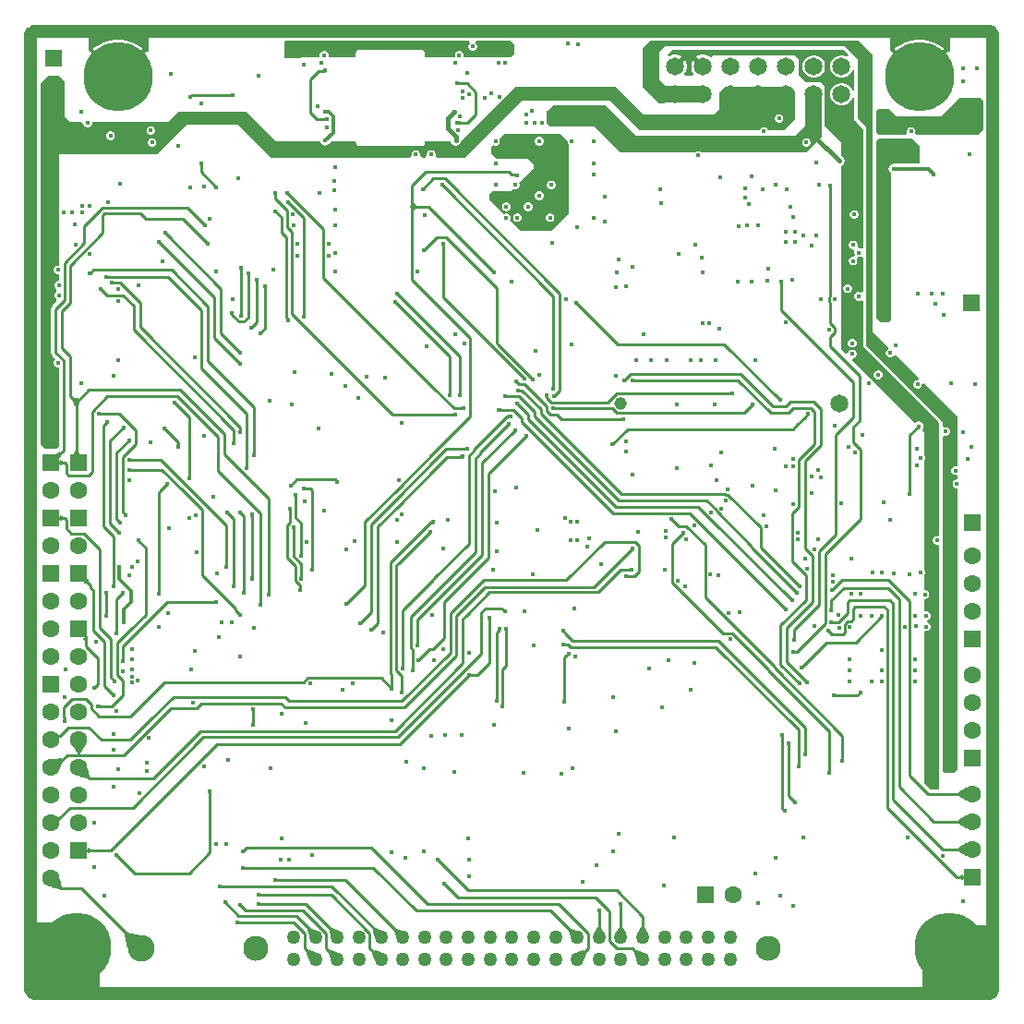
<source format=gbr>
G04*
G04 #@! TF.GenerationSoftware,Altium Limited,Altium Designer,24.9.1 (31)*
G04*
G04 Layer_Physical_Order=4*
G04 Layer_Color=15254943*
%FSLAX44Y44*%
%MOMM*%
G71*
G04*
G04 #@! TF.SameCoordinates,6A9D4D84-9140-4673-ADE8-75025B522ADB*
G04*
G04*
G04 #@! TF.FilePolarity,Positive*
G04*
G01*
G75*
%ADD13C,0.4000*%
%ADD16C,0.3000*%
%ADD56R,6.8000X6.4000*%
%ADD57R,6.5000X6.7000*%
%ADD103C,1.5240*%
%ADD105C,0.5000*%
%ADD107C,0.2800*%
%ADD108C,1.2000*%
%ADD124C,2.4500*%
%ADD125C,1.6000*%
%ADD126R,1.6000X1.6000*%
%ADD127R,1.6000X1.6000*%
%ADD128C,2.3000*%
%ADD130C,1.2580*%
%ADD131C,1.1500*%
%ADD132C,1.6500*%
%ADD136C,6.3500*%
%ADD137C,0.4000*%
%ADD139C,1.5000*%
G36*
X839669Y888146D02*
X841087Y886728D01*
X842939Y885961D01*
X844944D01*
X846797Y886728D01*
X848195Y888127D01*
X848400Y888161D01*
X850217Y888313D01*
X851522Y886929D01*
Y872583D01*
X849522Y871971D01*
X849461Y872032D01*
X847402Y869973D01*
X844573Y872802D01*
X846633Y874861D01*
X846138Y875355D01*
X841772Y878527D01*
X836963Y880978D01*
X831830Y882646D01*
X826499Y883490D01*
X821101D01*
X815770Y882646D01*
X810637Y880978D01*
X805828Y878527D01*
X801462Y875355D01*
X800967Y874861D01*
X803027Y872802D01*
X800199Y869973D01*
X797455Y872716D01*
X796422Y873144D01*
Y884806D01*
X798422Y886142D01*
X798859Y885961D01*
X800864D01*
X802717Y886728D01*
X804135Y888146D01*
X804289Y888520D01*
X806454D01*
X806609Y888146D01*
X808027Y886728D01*
X809879Y885961D01*
X811884D01*
X813737Y886728D01*
X815155Y888146D01*
X815310Y888520D01*
X817474D01*
X817629Y888146D01*
X819047Y886728D01*
X820899Y885961D01*
X822904D01*
X824757Y886728D01*
X826175Y888146D01*
X826329Y888520D01*
X828494D01*
X828649Y888146D01*
X830067Y886728D01*
X831919Y885961D01*
X833924D01*
X835777Y886728D01*
X837195Y888146D01*
X837349Y888520D01*
X839514D01*
X839669Y888146D01*
D02*
G37*
G36*
X101330D02*
X102747Y886728D01*
X104600Y885961D01*
X106605D01*
X108457Y886728D01*
X109875Y888146D01*
X110030Y888520D01*
X112195D01*
X112350Y888146D01*
X113767Y886728D01*
X115620Y885961D01*
X116622D01*
Y872583D01*
X114622Y871971D01*
X114561Y872032D01*
X112502Y869973D01*
X109673Y872802D01*
X111733Y874861D01*
X111238Y875355D01*
X106872Y878527D01*
X102063Y880978D01*
X96930Y882646D01*
X91599Y883490D01*
X86201D01*
X80870Y882646D01*
X75737Y880978D01*
X70928Y878527D01*
X66562Y875355D01*
X66068Y874861D01*
X68127Y872802D01*
X65298Y869973D01*
X62555Y872716D01*
X61522Y873144D01*
Y885961D01*
X62525D01*
X64377Y886728D01*
X65795Y888146D01*
X65950Y888520D01*
X68115D01*
X68270Y888146D01*
X69687Y886728D01*
X71540Y885961D01*
X73545D01*
X75397Y886728D01*
X76815Y888146D01*
X76970Y888520D01*
X79135D01*
X79290Y888146D01*
X80707Y886728D01*
X82560Y885961D01*
X84565D01*
X86417Y886728D01*
X87835Y888146D01*
X87990Y888520D01*
X90155D01*
X90310Y888146D01*
X91727Y886728D01*
X93580Y885961D01*
X95585D01*
X97437Y886728D01*
X98855Y888146D01*
X99010Y888520D01*
X101175D01*
X101330Y888146D01*
D02*
G37*
G36*
X452000Y879265D02*
Y870000D01*
X449000Y867000D01*
X406307D01*
X405669Y867954D01*
Y869546D01*
X405060Y871016D01*
X403935Y872141D01*
X402464Y872750D01*
X400873D01*
X399403Y872141D01*
X398278Y871016D01*
X397669Y869546D01*
Y867954D01*
X397031Y867000D01*
X370059D01*
Y871000D01*
X369826Y872170D01*
X369163Y873163D01*
X368171Y873826D01*
X367000Y874059D01*
X310000D01*
X308829Y873826D01*
X307837Y873163D01*
X307174Y872170D01*
X306941Y871000D01*
Y867000D01*
X282805D01*
X282000Y868204D01*
Y869796D01*
X281391Y871266D01*
X280266Y872391D01*
X278796Y873000D01*
X277204D01*
X275734Y872391D01*
X274609Y871266D01*
X274000Y869796D01*
Y868204D01*
X273195Y867000D01*
X242000D01*
Y881922D01*
X410603D01*
X411266Y879922D01*
X410609Y879266D01*
X410000Y877796D01*
Y876204D01*
X410609Y874734D01*
X411734Y873609D01*
X413204Y873000D01*
X414796D01*
X416266Y873609D01*
X417391Y874734D01*
X418000Y876204D01*
Y877796D01*
X417391Y879266D01*
X416734Y879922D01*
X417397Y881922D01*
X448936D01*
X452000Y879265D01*
D02*
G37*
G36*
X753733Y873941D02*
X758420Y869254D01*
X757193Y867653D01*
X756156Y868251D01*
X753549Y868950D01*
X750851D01*
X748244Y868251D01*
X745906Y866902D01*
X743998Y864994D01*
X742648Y862656D01*
X741950Y860049D01*
Y857351D01*
X742648Y854744D01*
X743998Y852406D01*
X745906Y850498D01*
X748244Y849148D01*
X750851Y848450D01*
X753549D01*
X756156Y849148D01*
X758494Y850498D01*
X760402Y852406D01*
X761751Y854744D01*
X761941Y855452D01*
X763941Y855189D01*
Y836812D01*
X761941Y836548D01*
X761751Y837256D01*
X760402Y839594D01*
X758494Y841502D01*
X756156Y842851D01*
X753549Y843550D01*
X750851D01*
X748244Y842851D01*
X745906Y841502D01*
X743998Y839594D01*
X742648Y837256D01*
X741950Y834649D01*
Y831951D01*
X742648Y829344D01*
X743998Y827006D01*
X745906Y825098D01*
X748244Y823748D01*
X750851Y823050D01*
X753549D01*
X756156Y823748D01*
X758494Y825098D01*
X760402Y827006D01*
X761751Y829344D01*
X761941Y830052D01*
X763941Y829789D01*
Y811000D01*
X764174Y809829D01*
X764837Y808837D01*
X766000Y807674D01*
Y807000D01*
X771941Y801059D01*
Y692544D01*
X771190Y692027D01*
X769941Y691525D01*
X768796Y692000D01*
X768252D01*
X766855Y693856D01*
X767000Y694204D01*
Y695796D01*
X766391Y697266D01*
X765266Y698391D01*
X763796Y699000D01*
X762204D01*
X760734Y698391D01*
X759609Y697266D01*
X759000Y695796D01*
Y694204D01*
X759609Y692734D01*
X760734Y691609D01*
X762204Y691000D01*
X762748D01*
X764145Y689145D01*
X764000Y688796D01*
Y687204D01*
X764453Y686111D01*
X763743Y684913D01*
X763173Y684373D01*
X761831D01*
X760361Y683764D01*
X759236Y682639D01*
X758627Y681169D01*
Y679577D01*
X759236Y678107D01*
X760361Y676982D01*
X761831Y676373D01*
X763423D01*
X764893Y676982D01*
X766018Y678107D01*
X766627Y679577D01*
Y681169D01*
X766174Y682262D01*
X766884Y683459D01*
X767454Y684000D01*
X768796D01*
X769941Y684474D01*
X771190Y683973D01*
X771941Y683456D01*
Y652544D01*
X771190Y652027D01*
X769941Y651525D01*
X768796Y652000D01*
X767204D01*
X765734Y651391D01*
X764609Y650266D01*
X764000Y648796D01*
Y647204D01*
X764609Y645734D01*
X765734Y644609D01*
X767204Y644000D01*
X768796D01*
X769941Y644474D01*
X771190Y643973D01*
X771941Y643456D01*
Y603000D01*
X771941Y603000D01*
X772174Y601829D01*
X772837Y600837D01*
X772837Y600837D01*
X841941Y531733D01*
Y529252D01*
X842000Y528956D01*
Y528655D01*
X842000Y528655D01*
Y519345D01*
X842000Y519345D01*
Y519044D01*
X841941Y518748D01*
Y472000D01*
Y429525D01*
X839941Y428000D01*
X839204D01*
X837734Y427391D01*
X836609Y426266D01*
X836000Y424796D01*
Y423204D01*
X836609Y421734D01*
X837734Y420609D01*
X839204Y420000D01*
X840796D01*
X841941Y419235D01*
X841941Y213000D01*
X842000Y212705D01*
Y196000D01*
X833344D01*
X828000Y201345D01*
Y340195D01*
X829204Y341000D01*
X830796D01*
X832266Y341609D01*
X833391Y342734D01*
X834000Y344204D01*
Y345796D01*
X833391Y347266D01*
X832266Y348391D01*
X830796Y349000D01*
X830303Y350000D01*
X830796Y351000D01*
X832266Y351609D01*
X833391Y352734D01*
X834000Y354204D01*
Y355796D01*
X833391Y357266D01*
X832266Y358391D01*
X830796Y359000D01*
X829204D01*
X828000Y359805D01*
Y370500D01*
X829396D01*
X830866Y371109D01*
X831991Y372234D01*
X832600Y373704D01*
Y375296D01*
X831991Y376766D01*
X830866Y377891D01*
X829396Y378500D01*
X828000D01*
Y392343D01*
X828391Y392734D01*
X829000Y394204D01*
Y395796D01*
X828391Y397266D01*
X828000Y397657D01*
Y497343D01*
X828391Y497734D01*
X829000Y499204D01*
Y500796D01*
X828391Y502266D01*
X828000Y502657D01*
Y523000D01*
X825807Y525193D01*
X826217Y525603D01*
X827189Y527059D01*
X827531Y528775D01*
X827189Y530492D01*
X826217Y531948D01*
X824761Y532920D01*
X823045Y533262D01*
X821328Y532920D01*
X819872Y531948D01*
X819462Y531538D01*
X762000Y589000D01*
X762796Y591000D01*
X764266Y591609D01*
X765391Y592734D01*
X766000Y594204D01*
Y595796D01*
X765391Y597266D01*
X764266Y598391D01*
X762796Y599000D01*
X761204D01*
X759734Y598391D01*
X758609Y597266D01*
X758000Y595796D01*
X756000Y595000D01*
X752000Y599000D01*
Y767323D01*
X753605Y768395D01*
X754710Y770049D01*
X755098Y772000D01*
X754710Y773951D01*
X753605Y775605D01*
X752000Y777210D01*
Y789000D01*
X737059Y803941D01*
Y836000D01*
X737059Y836000D01*
X737000Y836295D01*
Y840000D01*
X733000Y844000D01*
X729296D01*
X729000Y844059D01*
X729000Y844059D01*
X724000D01*
X723704Y844000D01*
X720000D01*
X713000Y851000D01*
Y865000D01*
X709000Y869000D01*
X635000D01*
X633000Y867000D01*
X631271Y867654D01*
X629365Y868755D01*
X626620Y869490D01*
X623779D01*
X621035Y868755D01*
X619094Y867634D01*
X621173Y865555D01*
X618345Y862727D01*
X616266Y864806D01*
X615145Y862865D01*
X614410Y860120D01*
Y857280D01*
X615145Y854535D01*
X616566Y852075D01*
X616641Y852000D01*
X615812Y850000D01*
X609188D01*
X608359Y852000D01*
X608434Y852075D01*
X609855Y854535D01*
X610590Y857280D01*
Y860120D01*
X609855Y862865D01*
X608734Y864806D01*
X606655Y862727D01*
X603827Y865555D01*
X605906Y867634D01*
X603965Y868755D01*
X601221Y869490D01*
X598380D01*
X595635Y868755D01*
X594809Y868278D01*
X592568Y869293D01*
X592522Y869522D01*
X596941Y873941D01*
X753733Y873941D01*
D02*
G37*
G36*
X881922Y827078D02*
Y800922D01*
X877000Y796000D01*
X821252Y796000D01*
X819915Y798000D01*
X820000Y798204D01*
Y799796D01*
X819391Y801266D01*
X818266Y802391D01*
X816796Y803000D01*
X815204D01*
X813734Y802391D01*
X812609Y801266D01*
X812000Y799796D01*
Y798204D01*
X812085Y798000D01*
X810748Y796000D01*
X787000D01*
X784059Y798941D01*
Y818059D01*
X786000Y820000D01*
X796000D01*
X803000Y813000D01*
X843000D01*
X860000Y830000D01*
X879000D01*
X881922Y827078D01*
D02*
G37*
G36*
X402911Y808425D02*
X402449Y805625D01*
X401347Y805700D01*
X401669Y808482D01*
X402911Y808425D01*
D02*
G37*
G36*
X40000Y845000D02*
Y813000D01*
X45000Y808000D01*
X55085D01*
X57000Y806204D01*
X57609Y804734D01*
X58734Y803609D01*
X60204Y803000D01*
X61796D01*
X63266Y803609D01*
X64391Y804734D01*
X65000Y806204D01*
Y807796D01*
X65136Y808000D01*
X135000Y808000D01*
X144000Y817000D01*
X207000D01*
X234000Y790000D01*
X274562D01*
X274761Y789001D01*
X275756Y787513D01*
X277244Y786518D01*
X279000Y786169D01*
X280756Y786518D01*
X282244Y787513D01*
X284731Y790000D01*
X306941D01*
Y789000D01*
X307174Y787830D01*
X307837Y786837D01*
X308829Y786174D01*
X310000Y785941D01*
X367000D01*
X368171Y786174D01*
X369163Y786837D01*
X369826Y787830D01*
X370059Y789000D01*
Y790000D01*
X393651D01*
X393790Y789299D01*
X394895Y787645D01*
X396549Y786540D01*
X398500Y786152D01*
X400451Y786540D01*
X402105Y787645D01*
X403210Y789299D01*
X403436Y790436D01*
X433000Y820000D01*
X440144Y827144D01*
X441266Y827609D01*
X442391Y828734D01*
X442855Y829856D01*
X453000Y840000D01*
X545000D01*
X570000Y815000D01*
X635000D01*
X640000Y820000D01*
Y835000D01*
X645000Y840000D01*
X705000D01*
X710000Y835000D01*
Y810000D01*
X700000Y800000D01*
X684915D01*
X684391Y801266D01*
X683266Y802391D01*
X681796Y803000D01*
X680204D01*
X678734Y802391D01*
X677609Y801266D01*
X677085Y800000D01*
X567000D01*
X540000Y827000D01*
X459000D01*
X407000Y775000D01*
X381252D01*
X379915Y777000D01*
X380000Y777204D01*
Y778796D01*
X379391Y780266D01*
X378266Y781391D01*
X376796Y782000D01*
X375204D01*
X373734Y781391D01*
X372609Y780266D01*
X372000Y778796D01*
Y777204D01*
X372085Y777000D01*
X370748Y775000D01*
X367252D01*
X365915Y777000D01*
X366000Y777204D01*
Y778796D01*
X365391Y780266D01*
X364266Y781391D01*
X362796Y782000D01*
X361204D01*
X359734Y781391D01*
X358609Y780266D01*
X358000Y778796D01*
Y777204D01*
X358085Y777000D01*
X356748Y775000D01*
X229000D01*
X199000Y805000D01*
X152000D01*
X125000Y778000D01*
X35000D01*
Y725796D01*
Y724204D01*
Y676136D01*
X34796Y676000D01*
X33204D01*
X31734Y675391D01*
X30609Y674266D01*
X30000Y672796D01*
Y671204D01*
X30609Y669734D01*
X31734Y668609D01*
X33204Y668000D01*
X34796D01*
X35000Y667863D01*
Y662000D01*
X34004D01*
X32534Y661391D01*
X31409Y660266D01*
X30800Y658796D01*
Y657204D01*
X31409Y655734D01*
X32534Y654609D01*
X32598Y654582D01*
Y652418D01*
X32534Y652391D01*
X31409Y651266D01*
X30800Y649796D01*
Y648204D01*
X31409Y646734D01*
X32238Y645906D01*
X32549Y644954D01*
X32584Y643424D01*
X28628Y639468D01*
X27655Y638012D01*
X27314Y636295D01*
X27314Y636295D01*
Y596130D01*
X27314Y596130D01*
X27655Y594413D01*
X28628Y592957D01*
X31464Y590121D01*
X30609Y589266D01*
X30000Y587796D01*
Y586204D01*
X30609Y584734D01*
X31734Y583609D01*
X33204Y583000D01*
X34414D01*
Y510414D01*
X32000Y508000D01*
X22000D01*
X18078Y511922D01*
Y843078D01*
X25000Y850000D01*
X35000D01*
X40000Y845000D01*
D02*
G37*
G36*
X734000Y836000D02*
Y794000D01*
X720000Y780000D01*
X623657D01*
X623266Y780391D01*
X621796Y781000D01*
X620204D01*
X618734Y780391D01*
X618343Y780000D01*
X550000D01*
X526000Y804000D01*
X485000Y804000D01*
X482000Y807000D01*
Y818000D01*
X483000D01*
X488000Y823000D01*
X536000Y823000D01*
X564000Y795000D01*
X710000D01*
X719000Y804000D01*
Y836000D01*
X724000Y841000D01*
X729000D01*
X734000Y836000D01*
D02*
G37*
G36*
X824000Y786000D02*
Y771000D01*
X823000Y770000D01*
X799000D01*
X798228Y769228D01*
X796756Y768244D01*
X795761Y766756D01*
X795412Y765000D01*
X795761Y763244D01*
X796756Y761756D01*
X798000Y760924D01*
Y627000D01*
X795000Y624000D01*
X788000D01*
X784059Y627941D01*
Y790059D01*
X786951Y792951D01*
X787000Y792941D01*
X787000Y792941D01*
X810748D01*
X811044Y793000D01*
X811345D01*
X811345Y793000D01*
X817000D01*
X824000Y786000D01*
D02*
G37*
G36*
X501000Y790000D02*
Y789204D01*
X501609Y787734D01*
X502000Y787343D01*
Y724000D01*
X486000Y708000D01*
X458000D01*
X448328Y717672D01*
X448391Y717734D01*
X449000Y719204D01*
Y720796D01*
X448391Y722266D01*
X447266Y723391D01*
X445796Y724000D01*
X444204D01*
X442734Y723391D01*
X442672Y723328D01*
X429500Y736500D01*
Y741500D01*
X432000Y744000D01*
X449000D01*
X451419Y746419D01*
X452430Y746000D01*
X454021D01*
X455491Y746609D01*
X456616Y747734D01*
X457225Y749204D01*
Y750796D01*
X456806Y751806D01*
X470000Y765000D01*
Y769000D01*
X465000Y774000D01*
X436000D01*
X431000Y779000D01*
Y785000D01*
X432672Y786672D01*
X432734Y786609D01*
X434204Y786000D01*
X435796D01*
X437266Y786609D01*
X438391Y787734D01*
X439000Y789204D01*
Y790796D01*
X438391Y792266D01*
X438328Y792328D01*
X443000Y797000D01*
X494000Y797000D01*
X501000Y790000D01*
D02*
G37*
G36*
X453742Y760555D02*
X453420Y757773D01*
X452178Y757830D01*
X452640Y760630D01*
X453742Y760555D01*
D02*
G37*
G36*
X362200Y731400D02*
Y728600D01*
X359400Y725800D01*
X356600Y730000D01*
X359400Y734200D01*
X362200Y731400D01*
D02*
G37*
G36*
X54180Y552200D02*
X52200Y547420D01*
X49400D01*
X47420Y552200D01*
X48820Y554760D01*
X52780D01*
X54180Y552200D01*
D02*
G37*
G36*
X440800Y545200D02*
X440400Y542400D01*
X439281Y542464D01*
X439561Y545250D01*
X440800Y545200D01*
D02*
G37*
G36*
X447872Y536445D02*
X446770Y536370D01*
X446308Y539170D01*
X447550Y539227D01*
X447872Y536445D01*
D02*
G37*
G36*
X778000Y872000D02*
X781000Y869000D01*
Y818059D01*
X781000Y818059D01*
X781000Y818059D01*
Y798941D01*
X781000Y798941D01*
X781000Y798941D01*
Y790059D01*
X781000Y790059D01*
X781000Y790059D01*
Y615000D01*
X795045Y600955D01*
X794734Y599391D01*
X793609Y598266D01*
X793000Y596796D01*
Y595204D01*
X793609Y593734D01*
X794734Y592609D01*
X796204Y592000D01*
X797796D01*
X799266Y592609D01*
X799914Y593257D01*
X802354Y593646D01*
X823144Y572855D01*
X822171Y571000D01*
X821204D01*
X819734Y570391D01*
X818609Y569266D01*
X818000Y567796D01*
Y566204D01*
X818609Y564734D01*
X819734Y563609D01*
X821204Y563000D01*
X822796D01*
X824266Y563609D01*
X825391Y564734D01*
X826000Y566204D01*
Y567172D01*
X827856Y568144D01*
X859000Y537000D01*
Y492805D01*
X857796Y492000D01*
X856204D01*
X854734Y491391D01*
X853609Y490266D01*
X853000Y488796D01*
Y487204D01*
X853609Y485734D01*
X854734Y484609D01*
X856204Y484000D01*
X857796D01*
X859000Y483195D01*
Y480136D01*
X858796Y480000D01*
X857204D01*
X855734Y479391D01*
X854609Y478266D01*
X854000Y476796D01*
Y475204D01*
X854609Y473734D01*
X855734Y472609D01*
X857204Y472000D01*
X858796D01*
X859000Y471863D01*
Y214000D01*
X856000Y211000D01*
X847000D01*
X845000Y213000D01*
X845000Y472000D01*
Y518748D01*
X847000Y520085D01*
X847204Y520000D01*
X848796D01*
X850266Y520609D01*
X851391Y521734D01*
X852000Y523204D01*
Y524796D01*
X851391Y526266D01*
X850266Y527391D01*
X848796Y528000D01*
X847204D01*
X847000Y527915D01*
X845000Y529252D01*
Y533000D01*
X775000Y603000D01*
Y803000D01*
X767000Y811000D01*
Y865000D01*
X755000Y877000D01*
X590000Y877000D01*
X585000Y872000D01*
X585000Y847000D01*
X591620Y840380D01*
X591166Y839925D01*
X589745Y837465D01*
X589010Y834721D01*
Y831880D01*
X589745Y829135D01*
X590978Y827000D01*
X590313Y825000D01*
X585000D01*
X570000Y840000D01*
Y875000D01*
X576922Y881922D01*
X768077D01*
X778000Y872000D01*
D02*
G37*
G36*
X145227Y511580D02*
X142445Y511258D01*
X142370Y512360D01*
X145170Y512822D01*
X145227Y511580D01*
D02*
G37*
G36*
X53600Y503239D02*
X48000D01*
X49400Y506069D01*
X52200D01*
X53600Y503239D01*
D02*
G37*
G36*
X403742Y499445D02*
X402640Y499370D01*
X402178Y502170D01*
X403420Y502227D01*
X403742Y499445D01*
D02*
G37*
G36*
X37349Y503270D02*
X35339Y499310D01*
X31410Y503239D01*
X35370Y505249D01*
X37349Y503270D01*
D02*
G37*
G36*
X38170Y496700D02*
Y493900D01*
X35339Y492500D01*
Y498100D01*
X38170Y496700D01*
D02*
G37*
G36*
X213250Y446439D02*
X213200Y445200D01*
X210400Y445600D01*
X210464Y446719D01*
X213250Y446439D01*
D02*
G37*
G36*
X38170Y445900D02*
Y443100D01*
X35339Y441700D01*
Y447300D01*
X38170Y445900D01*
D02*
G37*
G36*
X213200Y390800D02*
X213136Y389681D01*
X210350Y389961D01*
X210400Y391200D01*
X213200Y390800D01*
D02*
G37*
G36*
X62749Y385731D02*
X60770Y383751D01*
X56810Y385731D01*
X60770Y389690D01*
X62749Y385731D01*
D02*
G37*
G36*
X60800Y332131D02*
X58000D01*
X56600Y334930D01*
X60770D01*
X60800Y332131D01*
D02*
G37*
G36*
X72822Y273170D02*
X72359Y270370D01*
X71258Y270445D01*
X71580Y273227D01*
X72822Y273170D01*
D02*
G37*
G36*
X214425Y266397D02*
X211625Y266348D01*
X211618Y267554D01*
X214418Y267589D01*
X214425Y266397D01*
D02*
G37*
G36*
X41227Y259580D02*
X38445Y259258D01*
X38370Y260359D01*
X41170Y260822D01*
X41227Y259580D01*
D02*
G37*
G36*
X54200Y228624D02*
X51400D01*
X47200Y235587D01*
X58400D01*
X54200Y228624D01*
D02*
G37*
G36*
X38483Y221503D02*
X35032Y213501D01*
X29951Y223482D01*
X37160Y224140D01*
X38483Y221503D01*
D02*
G37*
G36*
X62754Y207926D02*
X60774Y205946D01*
X52880Y207900D01*
X60800Y215820D01*
X62754Y207926D01*
D02*
G37*
G36*
X866287Y185800D02*
X859324Y190000D01*
Y192800D01*
X866287Y197000D01*
Y185800D01*
D02*
G37*
G36*
Y160400D02*
X859324Y164600D01*
Y167400D01*
X866287Y171600D01*
Y160400D01*
D02*
G37*
G36*
X63569Y141100D02*
Y138300D01*
X60739Y136900D01*
Y142500D01*
X63569Y141100D01*
D02*
G37*
G36*
X866287Y135000D02*
X859324Y139200D01*
Y142000D01*
X866287Y146200D01*
Y135000D01*
D02*
G37*
G36*
X864061Y112400D02*
X861230Y113800D01*
Y116600D01*
X864061Y118000D01*
Y112400D01*
D02*
G37*
G36*
X37354Y106326D02*
X35374Y104346D01*
X27480Y106300D01*
X35400Y114220D01*
X37354Y106326D01*
D02*
G37*
G36*
X574403Y64492D02*
X565597D01*
X568600Y69906D01*
X571400D01*
X574403Y64492D01*
D02*
G37*
G36*
X554403D02*
X545597D01*
X548600Y69906D01*
X551400D01*
X554403Y64492D01*
D02*
G37*
G36*
X534403D02*
X525597D01*
X528600Y69906D01*
X531400D01*
X534403Y64492D01*
D02*
G37*
G36*
X291286Y66157D02*
X283870Y61409D01*
X282847Y67079D01*
X285273Y68612D01*
X291286Y66157D01*
D02*
G37*
G36*
X331286D02*
X323870Y61409D01*
X322847Y67079D01*
X325274Y68612D01*
X331286Y66157D01*
D02*
G37*
G36*
X271286D02*
X263870Y61409D01*
X262847Y67079D01*
X265273Y68612D01*
X271286Y66157D01*
D02*
G37*
G36*
X509937Y66290D02*
X503710Y60063D01*
X502005Y66015D01*
X503985Y67995D01*
X509937Y66290D01*
D02*
G37*
G36*
X349937D02*
X343710Y60063D01*
X342005Y66015D01*
X343985Y67995D01*
X349937Y66290D01*
D02*
G37*
G36*
X109878Y62249D02*
X97751Y50122D01*
X95208Y62813D01*
X97187Y64792D01*
X109878Y62249D01*
D02*
G37*
G36*
X569937Y46290D02*
X563710Y40063D01*
X562005Y46015D01*
X563985Y47995D01*
X569937Y46290D01*
D02*
G37*
G36*
X517995Y46015D02*
X516290Y40063D01*
X510063Y46290D01*
X516015Y47995D01*
X517995Y46015D01*
D02*
G37*
G36*
X329937Y46290D02*
X323710Y40063D01*
X322005Y46015D01*
X323985Y47995D01*
X329937Y46290D01*
D02*
G37*
G36*
X289937D02*
X283710Y40063D01*
X282005Y46015D01*
X283985Y47995D01*
X289937Y46290D01*
D02*
G37*
G36*
X269937D02*
X263710Y40063D01*
X262005Y46015D01*
X263985Y47995D01*
X269937Y46290D01*
D02*
G37*
%LPC*%
G36*
X728149Y868950D02*
X725451D01*
X722844Y868251D01*
X720506Y866902D01*
X718598Y864994D01*
X717249Y862656D01*
X716550Y860049D01*
Y857351D01*
X717249Y854744D01*
X718598Y852406D01*
X720506Y850498D01*
X722844Y849148D01*
X725451Y848450D01*
X728149D01*
X730756Y849148D01*
X733094Y850498D01*
X735002Y852406D01*
X736351Y854744D01*
X737050Y857351D01*
Y860049D01*
X736351Y862656D01*
X735002Y864994D01*
X733094Y866902D01*
X730756Y868251D01*
X728149Y868950D01*
D02*
G37*
G36*
X764796Y726765D02*
X763204D01*
X761734Y726155D01*
X760609Y725030D01*
X760000Y723560D01*
Y721969D01*
X760609Y720499D01*
X761734Y719373D01*
X763204Y718764D01*
X764796D01*
X766266Y719373D01*
X767391Y720499D01*
X768000Y721969D01*
Y723560D01*
X767391Y725030D01*
X766266Y726155D01*
X764796Y726765D01*
D02*
G37*
G36*
X758796Y659000D02*
X757204D01*
X755734Y658391D01*
X754609Y657266D01*
X754000Y655796D01*
Y654204D01*
X754609Y652734D01*
X755734Y651609D01*
X757204Y651000D01*
X758796D01*
X760266Y651609D01*
X761391Y652734D01*
X762000Y654204D01*
Y655796D01*
X761391Y657266D01*
X760266Y658391D01*
X758796Y659000D01*
D02*
G37*
G36*
X762796Y609000D02*
X761204D01*
X759734Y608391D01*
X758609Y607266D01*
X758000Y605796D01*
Y604204D01*
X758609Y602734D01*
X759734Y601609D01*
X761204Y601000D01*
X762796D01*
X764266Y601609D01*
X765391Y602734D01*
X766000Y604204D01*
Y605796D01*
X765391Y607266D01*
X764266Y608391D01*
X762796Y609000D01*
D02*
G37*
G36*
X786796Y580000D02*
X785204D01*
X783734Y579391D01*
X782609Y578266D01*
X782000Y576796D01*
Y575204D01*
X782609Y573734D01*
X783734Y572609D01*
X785204Y572000D01*
X786796D01*
X788266Y572609D01*
X789391Y573734D01*
X790000Y575204D01*
Y576796D01*
X789391Y578266D01*
X788266Y579391D01*
X786796Y580000D01*
D02*
G37*
G36*
X695796Y815000D02*
X694204D01*
X692734Y814391D01*
X691609Y813266D01*
X691000Y811796D01*
Y810204D01*
X691609Y808734D01*
X692734Y807609D01*
X694204Y807000D01*
X695796D01*
X697266Y807609D01*
X698391Y808734D01*
X699000Y810204D01*
Y811796D01*
X698391Y813266D01*
X697266Y814391D01*
X695796Y815000D01*
D02*
G37*
G36*
X119796Y804000D02*
X118204D01*
X116734Y803391D01*
X115609Y802266D01*
X115000Y800796D01*
Y799204D01*
X115609Y797734D01*
X116734Y796609D01*
X118204Y796000D01*
X119796D01*
X121266Y796609D01*
X122391Y797734D01*
X123000Y799204D01*
Y800796D01*
X122391Y802266D01*
X121266Y803391D01*
X119796Y804000D01*
D02*
G37*
G36*
X82796Y799000D02*
X81204D01*
X79734Y798391D01*
X78609Y797266D01*
X78000Y795796D01*
Y794204D01*
X78609Y792734D01*
X79734Y791609D01*
X81204Y791000D01*
X82796D01*
X84266Y791609D01*
X85391Y792734D01*
X86000Y794204D01*
Y795796D01*
X85391Y797266D01*
X84266Y798391D01*
X82796Y799000D01*
D02*
G37*
G36*
X120796Y793000D02*
X119204D01*
X117734Y792391D01*
X116609Y791266D01*
X116000Y789796D01*
Y788204D01*
X116609Y786734D01*
X117734Y785609D01*
X119204Y785000D01*
X120796D01*
X122266Y785609D01*
X123391Y786734D01*
X124000Y788204D01*
Y789796D01*
X123391Y791266D01*
X122266Y792391D01*
X120796Y793000D01*
D02*
G37*
G36*
X720796D02*
X719204D01*
X717734Y792391D01*
X716609Y791266D01*
X716000Y789796D01*
Y788204D01*
X716609Y786734D01*
X717734Y785609D01*
X719204Y785000D01*
X720796D01*
X722266Y785609D01*
X723391Y786734D01*
X724000Y788204D01*
Y789796D01*
X723391Y791266D01*
X722266Y792391D01*
X720796Y793000D01*
D02*
G37*
G36*
X475796Y794000D02*
X474204D01*
X472734Y793391D01*
X471609Y792266D01*
X471000Y790796D01*
Y789204D01*
X471609Y787734D01*
X472734Y786609D01*
X474204Y786000D01*
X475796D01*
X477266Y786609D01*
X478391Y787734D01*
X479000Y789204D01*
Y790796D01*
X478391Y792266D01*
X477266Y793391D01*
X475796Y794000D01*
D02*
G37*
G36*
X486795Y753998D02*
X485203D01*
X483733Y753390D01*
X482608Y752264D01*
X481999Y750794D01*
Y749203D01*
X482608Y747733D01*
X483733Y746608D01*
X485203Y745999D01*
X486795D01*
X488265Y746608D01*
X489390Y747733D01*
X489999Y749203D01*
Y750794D01*
X489390Y752264D01*
X488265Y753390D01*
X486795Y753998D01*
D02*
G37*
G36*
X475796Y744000D02*
X474204D01*
X472734Y743391D01*
X471609Y742266D01*
X471000Y740796D01*
Y739204D01*
X471609Y737734D01*
X472734Y736609D01*
X474204Y736000D01*
X475796D01*
X477266Y736609D01*
X478391Y737734D01*
X479000Y739204D01*
Y740796D01*
X478391Y742266D01*
X477266Y743391D01*
X475796Y744000D01*
D02*
G37*
G36*
X465796Y734000D02*
X464204D01*
X462734Y733391D01*
X461609Y732266D01*
X461000Y730796D01*
Y729204D01*
X461609Y727734D01*
X462734Y726609D01*
X464204Y726000D01*
X465796D01*
X467266Y726609D01*
X468391Y727734D01*
X469000Y729204D01*
Y730796D01*
X468391Y732266D01*
X467266Y733391D01*
X465796Y734000D01*
D02*
G37*
G36*
X445796Y734000D02*
X444204D01*
X442734Y733391D01*
X441609Y732266D01*
X441000Y730796D01*
Y729204D01*
X441609Y727734D01*
X442734Y726609D01*
X444204Y726000D01*
X445796D01*
X447266Y726609D01*
X448391Y727734D01*
X449000Y729204D01*
Y730796D01*
X448391Y732266D01*
X447266Y733391D01*
X445796Y734000D01*
D02*
G37*
G36*
X485796Y724000D02*
X484204D01*
X482734Y723391D01*
X481609Y722266D01*
X481000Y720796D01*
Y719204D01*
X481609Y717734D01*
X482734Y716609D01*
X484204Y716000D01*
X485796D01*
X487266Y716609D01*
X488391Y717734D01*
X489000Y719204D01*
Y720796D01*
X488391Y722266D01*
X487266Y723391D01*
X485796Y724000D01*
D02*
G37*
G36*
X455796D02*
X454204D01*
X452734Y723391D01*
X451609Y722266D01*
X451000Y720796D01*
Y719204D01*
X451609Y717734D01*
X452734Y716609D01*
X454204Y716000D01*
X455796D01*
X457266Y716609D01*
X458391Y717734D01*
X459000Y719204D01*
Y720796D01*
X458391Y722266D01*
X457266Y723391D01*
X455796Y724000D01*
D02*
G37*
%LPD*%
D13*
X726800Y795200D02*
Y833300D01*
Y795200D02*
X750000Y772000D01*
X391000Y802000D02*
Y811000D01*
X397000Y817000D01*
X391000Y802000D02*
X398500Y794500D01*
Y791250D02*
Y794500D01*
D16*
X279000Y790757D02*
X286000Y797757D01*
Y813000D01*
X279191Y816809D02*
X282191D01*
X286000Y813000D01*
X279000Y817000D02*
X279191Y816809D01*
X800000Y765000D02*
X832000D01*
X837000Y760000D01*
X90000Y389000D02*
X101000Y378000D01*
X94000Y360635D02*
X101000Y367635D01*
Y378000D01*
X94000Y349000D02*
Y360635D01*
X90000Y389000D02*
Y400000D01*
D56*
X860700Y39000D02*
D03*
D57*
X39500Y40500D02*
D03*
D103*
X839965Y833036D02*
D03*
X807635D02*
D03*
Y865365D02*
D03*
X839965D02*
D03*
X846660Y849200D02*
D03*
X823800Y826340D02*
D03*
X800940Y849200D02*
D03*
X823800Y872060D02*
D03*
X105064Y833036D02*
D03*
X72736D02*
D03*
Y865365D02*
D03*
X105064D02*
D03*
X111760Y849200D02*
D03*
X88900Y826340D02*
D03*
X66040Y849200D02*
D03*
X88900Y872060D02*
D03*
X867065Y34636D02*
D03*
X834735D02*
D03*
Y66965D02*
D03*
X867065D02*
D03*
X873760Y50800D02*
D03*
X850900Y27940D02*
D03*
X828040Y50800D02*
D03*
X850900Y73660D02*
D03*
X66965Y34636D02*
D03*
X34636D02*
D03*
Y66965D02*
D03*
X66965D02*
D03*
X73660Y50800D02*
D03*
X50800Y27940D02*
D03*
X27940Y50800D02*
D03*
X50800Y73660D02*
D03*
D105*
X888022Y891004D02*
D03*
X877002Y891001D02*
D03*
X865982D02*
D03*
X854962D02*
D03*
X843942D02*
D03*
X832922D02*
D03*
X821902D02*
D03*
X810882D02*
D03*
X799862D02*
D03*
X788842D02*
D03*
X777822D02*
D03*
X766802D02*
D03*
X755782D02*
D03*
X744762D02*
D03*
X733742D02*
D03*
X722722D02*
D03*
X711702D02*
D03*
X700682D02*
D03*
X689662D02*
D03*
X678642D02*
D03*
X667622D02*
D03*
X656602D02*
D03*
X645582D02*
D03*
X634562D02*
D03*
X623542D02*
D03*
X612522D02*
D03*
X601502D02*
D03*
X590482D02*
D03*
X579462D02*
D03*
X568442D02*
D03*
X557422D02*
D03*
X546402D02*
D03*
X535382D02*
D03*
X524362D02*
D03*
X513342D02*
D03*
X502322D02*
D03*
X491302D02*
D03*
X480282D02*
D03*
X469262D02*
D03*
X458242D02*
D03*
X447222D02*
D03*
X436202D02*
D03*
X425182D02*
D03*
X414162D02*
D03*
X403142D02*
D03*
X392122D02*
D03*
X381102D02*
D03*
X370082D02*
D03*
X359062D02*
D03*
X348042D02*
D03*
X337022D02*
D03*
X326002D02*
D03*
X314982D02*
D03*
X303962D02*
D03*
X292942D02*
D03*
X281922D02*
D03*
X270902D02*
D03*
X259882D02*
D03*
X248862D02*
D03*
X237842D02*
D03*
X226822D02*
D03*
X215802D02*
D03*
X204782D02*
D03*
X193762D02*
D03*
X182742D02*
D03*
X171722D02*
D03*
X160702D02*
D03*
X149682D02*
D03*
X138662D02*
D03*
X127642D02*
D03*
X116622D02*
D03*
X105602D02*
D03*
X94582D02*
D03*
X83562D02*
D03*
X72542D02*
D03*
X61522D02*
D03*
X50502D02*
D03*
X39482D02*
D03*
X28462D02*
D03*
X17442D02*
D03*
X8999Y883919D02*
D03*
Y872899D02*
D03*
Y861879D02*
D03*
Y850859D02*
D03*
Y839839D02*
D03*
Y828819D02*
D03*
Y817799D02*
D03*
Y806779D02*
D03*
Y795759D02*
D03*
Y784739D02*
D03*
Y773719D02*
D03*
Y762699D02*
D03*
Y751679D02*
D03*
Y740659D02*
D03*
Y729639D02*
D03*
Y718619D02*
D03*
Y707599D02*
D03*
Y696579D02*
D03*
Y685559D02*
D03*
Y674539D02*
D03*
Y663519D02*
D03*
Y652499D02*
D03*
Y641479D02*
D03*
Y630459D02*
D03*
Y619439D02*
D03*
Y608419D02*
D03*
Y597399D02*
D03*
Y586379D02*
D03*
Y575359D02*
D03*
Y564339D02*
D03*
Y553319D02*
D03*
Y542299D02*
D03*
Y531279D02*
D03*
Y520259D02*
D03*
Y509239D02*
D03*
Y498219D02*
D03*
Y487199D02*
D03*
Y476179D02*
D03*
Y465159D02*
D03*
Y454139D02*
D03*
Y443119D02*
D03*
Y432099D02*
D03*
Y421079D02*
D03*
Y410059D02*
D03*
Y399039D02*
D03*
Y388019D02*
D03*
Y376999D02*
D03*
Y365979D02*
D03*
Y354959D02*
D03*
Y343939D02*
D03*
Y332919D02*
D03*
Y321899D02*
D03*
Y310879D02*
D03*
Y299859D02*
D03*
Y288839D02*
D03*
Y277819D02*
D03*
Y266800D02*
D03*
Y255779D02*
D03*
Y244760D02*
D03*
Y233739D02*
D03*
Y222719D02*
D03*
Y211700D02*
D03*
Y200679D02*
D03*
Y189660D02*
D03*
Y178640D02*
D03*
Y167619D02*
D03*
Y156600D02*
D03*
Y145580D02*
D03*
Y134559D02*
D03*
Y123540D02*
D03*
Y112520D02*
D03*
Y101500D02*
D03*
Y90480D02*
D03*
Y79460D02*
D03*
Y68440D02*
D03*
Y57420D02*
D03*
Y46400D02*
D03*
Y35380D02*
D03*
Y24360D02*
D03*
Y13340D02*
D03*
X19128Y8999D02*
D03*
X30148D02*
D03*
X41168D02*
D03*
X52188D02*
D03*
X63208D02*
D03*
X74228D02*
D03*
X85248D02*
D03*
X96268D02*
D03*
X107288D02*
D03*
X118308D02*
D03*
X129328D02*
D03*
X140348D02*
D03*
X151368D02*
D03*
X162388D02*
D03*
X173408D02*
D03*
X184428D02*
D03*
X195448D02*
D03*
X206468D02*
D03*
X217488D02*
D03*
X228508D02*
D03*
X239528D02*
D03*
X250548D02*
D03*
X261568D02*
D03*
X272588D02*
D03*
X283608D02*
D03*
X294628D02*
D03*
X305648D02*
D03*
X316668D02*
D03*
X327688D02*
D03*
X338708D02*
D03*
X349728D02*
D03*
X360748D02*
D03*
X371768D02*
D03*
X382788D02*
D03*
X393808D02*
D03*
X404828D02*
D03*
X415848D02*
D03*
X426868D02*
D03*
X437888D02*
D03*
X448908D02*
D03*
X459928D02*
D03*
X470948D02*
D03*
X481968D02*
D03*
X492988D02*
D03*
X504008D02*
D03*
X515028D02*
D03*
X526048D02*
D03*
X537068D02*
D03*
X548088D02*
D03*
X559108D02*
D03*
X570128D02*
D03*
X581148D02*
D03*
X592168D02*
D03*
X603188D02*
D03*
X614208D02*
D03*
X625228D02*
D03*
X636248D02*
D03*
X647268D02*
D03*
X658288D02*
D03*
X669308D02*
D03*
X680328D02*
D03*
X691348D02*
D03*
X702368D02*
D03*
X713388D02*
D03*
X724408D02*
D03*
X735428D02*
D03*
X746448D02*
D03*
X757468D02*
D03*
X768488D02*
D03*
X779508D02*
D03*
X790528D02*
D03*
X801548D02*
D03*
X812568D02*
D03*
X823588D02*
D03*
X834608D02*
D03*
X845628D02*
D03*
X856648D02*
D03*
X867668D02*
D03*
X878688D02*
D03*
X889695Y9522D02*
D03*
X891001Y20464D02*
D03*
Y31484D02*
D03*
Y42504D02*
D03*
Y53524D02*
D03*
Y64544D02*
D03*
Y75564D02*
D03*
Y86584D02*
D03*
Y97604D02*
D03*
Y108624D02*
D03*
Y119644D02*
D03*
Y130664D02*
D03*
Y141684D02*
D03*
Y152704D02*
D03*
Y163724D02*
D03*
Y174744D02*
D03*
Y185764D02*
D03*
Y196784D02*
D03*
Y207804D02*
D03*
Y218824D02*
D03*
Y229844D02*
D03*
Y240864D02*
D03*
Y251884D02*
D03*
Y262904D02*
D03*
Y273924D02*
D03*
Y284944D02*
D03*
Y295964D02*
D03*
Y306984D02*
D03*
Y318004D02*
D03*
Y329024D02*
D03*
Y340044D02*
D03*
Y351064D02*
D03*
Y362084D02*
D03*
Y373104D02*
D03*
Y384124D02*
D03*
Y395144D02*
D03*
Y406164D02*
D03*
Y417184D02*
D03*
Y428204D02*
D03*
Y439224D02*
D03*
Y450244D02*
D03*
Y461264D02*
D03*
Y472284D02*
D03*
Y483304D02*
D03*
Y494324D02*
D03*
Y505344D02*
D03*
Y516364D02*
D03*
Y527384D02*
D03*
Y538404D02*
D03*
Y549424D02*
D03*
Y560444D02*
D03*
Y571464D02*
D03*
Y582484D02*
D03*
Y593504D02*
D03*
Y604524D02*
D03*
Y615544D02*
D03*
Y626564D02*
D03*
Y637584D02*
D03*
Y648604D02*
D03*
Y659624D02*
D03*
Y670644D02*
D03*
Y681664D02*
D03*
Y692684D02*
D03*
Y703704D02*
D03*
Y714724D02*
D03*
Y725743D02*
D03*
Y736764D02*
D03*
Y747784D02*
D03*
Y758803D02*
D03*
Y769824D02*
D03*
Y780844D02*
D03*
Y791863D02*
D03*
Y802884D02*
D03*
Y813904D02*
D03*
Y824923D02*
D03*
Y835944D02*
D03*
Y846964D02*
D03*
Y857983D02*
D03*
Y869003D02*
D03*
Y880023D02*
D03*
D107*
X654370Y344700D02*
X654432D01*
X690600Y307493D02*
Y308532D01*
X627201Y371869D02*
X654370Y344700D01*
X654432D02*
X690600Y308532D01*
X627201Y371869D02*
Y419899D01*
X265000Y816000D02*
Y847000D01*
X272800Y854800D01*
X265000Y816000D02*
X271000Y810000D01*
X280000D01*
X272800Y854800D02*
X278800D01*
X279000Y855000D01*
X39770Y258230D02*
Y261608D01*
X39400Y261978D02*
X39770Y261608D01*
Y258230D02*
X40000Y258000D01*
X36808Y104892D02*
X55108D01*
X110000Y50000D01*
X27400Y114300D02*
X36808Y104892D01*
X155000Y831000D02*
X156000Y832000D01*
X194000D01*
X45100Y179100D02*
X102170D01*
X27400Y165100D02*
X30972D01*
X34949Y169077D01*
X35077D01*
X45100Y179100D01*
X30972Y241300D02*
X34503Y244831D01*
X27400Y241300D02*
X30972D01*
X34503Y244831D02*
X35522D01*
X43392Y252700D01*
X42300Y227300D02*
X53000D01*
X27400Y215900D02*
X30900D01*
X42300Y227300D01*
X53000D02*
X94370D01*
X52800Y227500D02*
Y241300D01*
Y227500D02*
X53000Y227300D01*
X417000Y815000D02*
Y835000D01*
X400140Y843000D02*
X409000D01*
X417000Y835000D01*
X409000Y807000D02*
X417000Y815000D01*
X52800Y215900D02*
X62700Y206000D01*
X120868D01*
X164168Y249300D01*
X342705D01*
X405000Y311595D01*
Y352000D01*
X408000Y355000D01*
X429786Y376786D01*
X440000D01*
X500000D01*
X528989D01*
X540202Y388000D01*
X549202Y397000D01*
X560000D01*
X347000Y237000D02*
X411000Y301000D01*
X179798Y237000D02*
X347000D01*
X82498Y139700D02*
X179798Y237000D01*
X52800Y139700D02*
X82498D01*
X46978Y279000D02*
X59000D01*
X39400Y271422D02*
X46978Y279000D01*
X39400Y261978D02*
Y271422D01*
X443675Y359000D02*
X444000D01*
X440675Y362000D02*
X443675Y359000D01*
X426000Y362000D02*
X440675D01*
X422000Y358000D02*
X426000Y362000D01*
X422000Y320393D02*
Y358000D01*
X345607Y244000D02*
X422000Y320393D01*
X167070Y244000D02*
X345607D01*
X102170Y179100D02*
X167070Y244000D01*
X525086Y381086D02*
X561000Y417000D01*
X425086Y381086D02*
X525086D01*
X399200Y355200D02*
X425086Y381086D01*
X399200Y318725D02*
Y355200D01*
X351475Y271000D02*
X399200Y318725D01*
X242000Y271000D02*
X351475D01*
X238200Y274800D02*
X242000Y271000D01*
X165600Y274800D02*
X238200D01*
X160900Y270100D02*
X165600Y274800D01*
X137170Y270100D02*
X160900D01*
X94370Y227300D02*
X137170Y270100D01*
X555000Y391000D02*
X562202D01*
X566800Y395598D01*
Y419402D01*
X563402Y422800D02*
X566800Y419402D01*
X534800Y422800D02*
X563402D01*
X500000Y388000D02*
X534800Y422800D01*
X440000Y388000D02*
X500000D01*
X424000D02*
X440000D01*
X393400Y357400D02*
X424000Y388000D01*
X393400Y355000D02*
Y357400D01*
Y321127D02*
Y355000D01*
X349273Y277000D02*
X393400Y321127D01*
X246000Y277000D02*
X349273D01*
X242400Y280600D02*
X246000Y277000D01*
X160000Y280600D02*
X242400D01*
X139468D02*
X160000D01*
X118868Y260000D02*
X139468Y280600D01*
X100168Y241300D02*
X118868Y260000D01*
X73608Y241300D02*
X100168D01*
X62208Y252700D02*
X73608Y241300D01*
X43392Y252700D02*
X62208D01*
X70000Y272000D02*
X70230Y271770D01*
X73048Y654952D02*
X79000Y649000D01*
X93000D01*
X63325Y669000D02*
X66325Y672000D01*
X63000Y669000D02*
X63325D01*
X66325Y672000D02*
X138000D01*
X93000Y649000D02*
X103000Y639000D01*
X83000Y660300D02*
X90700D01*
X109000Y642000D01*
X37100Y634100D02*
X45000Y642000D01*
Y676000D01*
X31800Y636295D02*
X39700Y644195D01*
Y678450D01*
X37100Y600799D02*
Y634100D01*
X31800Y596130D02*
Y636295D01*
X37100Y600799D02*
X45000Y592899D01*
X213025Y254625D02*
Y268975D01*
X213000Y269000D02*
X213025Y268975D01*
Y254625D02*
X213050Y254600D01*
X39700Y678450D02*
X57802Y696552D01*
X45000Y676000D02*
X75000Y706000D01*
X38900Y506800D02*
Y589030D01*
X45000Y556600D02*
Y592899D01*
X27400Y495300D02*
X38900Y506800D01*
X45000Y556600D02*
X50800Y550800D01*
X31800Y596130D02*
X38900Y589030D01*
X76640Y723900D02*
X109201D01*
X152800Y729200D02*
X169000Y713000D01*
X75000Y722260D02*
X76640Y723900D01*
X75000Y706000D02*
Y722260D01*
X74445Y729200D02*
X152800D01*
X57802Y712557D02*
X74445Y729200D01*
X57802Y696552D02*
Y712557D01*
X114101Y719000D02*
X148000D01*
X171000Y696000D01*
X109201Y723900D02*
X114101Y719000D01*
X375000Y385280D02*
X377720Y388000D01*
X411030Y421309D02*
Y501827D01*
X377720Y388000D02*
X379000Y389280D01*
X411030Y421309D01*
X350000Y360280D02*
X375000Y385280D01*
X298000Y366000D02*
X315000Y383000D01*
Y441000D02*
X346000Y472000D01*
X315000Y383000D02*
Y441000D01*
X321000Y358000D02*
Y439000D01*
X346000Y464000D01*
X311000Y348000D02*
X321000Y358000D01*
X327000Y437000D02*
X346000Y456000D01*
X321000Y342000D02*
X327000Y348000D01*
Y437000D01*
X500000Y318351D02*
X501858Y320209D01*
Y320534D01*
X814750Y467000D02*
Y520481D01*
X794400Y178600D02*
X857800Y115200D01*
X267000Y397000D02*
Y470360D01*
X406175Y807025D02*
X406200Y807000D01*
X409000D01*
X400089Y807255D02*
X400319Y807025D01*
X406175D01*
X206337Y142000D02*
X320739D01*
X203200Y138862D02*
X206337Y142000D01*
X320739D02*
X372298Y90442D01*
X203200Y124000D02*
X322839D01*
X799700Y186300D02*
X845400Y140600D01*
X805000Y198000D02*
Y370505D01*
Y198000D02*
X837000Y166000D01*
X794400Y178600D02*
Y360600D01*
X765235Y330635D02*
X789100Y354500D01*
X791300Y363700D02*
X794400Y360600D01*
X799700Y186300D02*
Y366300D01*
X795202Y380302D02*
X805000Y370505D01*
X797000Y369000D02*
X799700Y366300D01*
X795000Y388000D02*
X815000Y368000D01*
Y208000D02*
X831600Y191400D01*
X815000Y208000D02*
Y368000D01*
X715300Y307400D02*
X738535Y330635D01*
X765235D01*
X753460Y338000D02*
X755100Y339640D01*
X743323Y338000D02*
X753460D01*
X740323Y340999D02*
X743323Y338000D01*
X755100Y339640D02*
Y347030D01*
X739998Y340999D02*
X740323D01*
X764940Y363700D02*
X791300D01*
X759640Y369000D02*
X797000D01*
X763300Y351940D02*
Y362060D01*
X764940Y363700D01*
X761360Y350000D02*
X763300Y351940D01*
X758070Y350000D02*
X761360D01*
X758000Y357000D02*
Y367360D01*
X759640Y369000D01*
X742000Y623405D02*
X746239Y619166D01*
X742000Y610868D02*
X746239Y615107D01*
X742000Y602000D02*
Y610868D01*
Y623405D02*
Y642070D01*
Y602000D02*
X769000Y575000D01*
Y534000D02*
Y575000D01*
X746239Y615107D02*
Y619166D01*
X742000Y658000D02*
Y749000D01*
X741100Y642970D02*
Y647030D01*
Y642970D02*
X742000Y642070D01*
Y647930D02*
Y658000D01*
X741100Y647030D02*
X742000Y647930D01*
X64200Y269800D02*
Y273800D01*
X59000Y279000D02*
X64200Y273800D01*
X262970Y297900D02*
X330100D01*
X340000Y288000D01*
X238500Y706500D02*
X242700Y702300D01*
Y628625D02*
X245000Y626325D01*
X242700Y628625D02*
Y702300D01*
X248000Y631798D02*
X340598Y539200D01*
X248000Y631798D02*
Y707000D01*
X243800Y711200D02*
X248000Y707000D01*
X245000Y626000D02*
Y626325D01*
X238500Y706500D02*
Y720500D01*
X233000Y726000D02*
X238500Y720500D01*
X243800Y711200D02*
Y726200D01*
X232800Y737200D02*
X243800Y726200D01*
X193000Y633000D02*
X193230Y632770D01*
Y631275D02*
X199805Y624700D01*
X193230Y631275D02*
Y632770D01*
X244000Y408000D02*
X251700Y400300D01*
X244000Y408000D02*
Y437495D01*
X246700Y440195D01*
Y453000D01*
X251700Y386805D02*
Y400300D01*
Y386805D02*
X256000Y382505D01*
Y379000D02*
Y382505D01*
X257000Y389000D02*
Y402505D01*
X250000Y409505D02*
X257000Y402505D01*
X250000Y409505D02*
Y436000D01*
X71000Y263000D02*
X100000D01*
X64200Y269800D02*
X71000Y263000D01*
X131000Y294000D02*
X259070D01*
X100000Y263000D02*
X131000Y294000D01*
X259070D02*
X262970Y297900D01*
X493936Y561036D02*
Y571000D01*
X489000Y556100D02*
X493936Y561036D01*
X482000Y557000D02*
X482230Y556770D01*
X486200Y550800D02*
X537860D01*
X482230Y554770D02*
Y556770D01*
Y554770D02*
X486200Y550800D01*
X700000Y176000D02*
Y176240D01*
X698000Y178240D02*
Y246000D01*
Y178240D02*
X700000Y176240D01*
X546202Y103000D02*
X570000Y79202D01*
X410200Y103000D02*
X546202D01*
X382200Y131000D02*
X410200Y103000D01*
X346000Y472000D02*
X379000Y505000D01*
X411800Y537800D01*
Y571000D01*
X857800Y115200D02*
X872000D01*
X429000Y312000D02*
Y353000D01*
X418000Y301000D02*
X429000Y312000D01*
X411000Y301000D02*
X418000D01*
X377415Y324415D02*
X387600Y334600D01*
X374614Y324415D02*
X377415D01*
X364199Y314000D02*
X374614Y324415D01*
X711084Y322084D02*
X737500Y348500D01*
Y411368D01*
X708084Y322084D02*
X711084D01*
X708000Y322000D02*
X708084Y322084D01*
X346000Y456000D02*
X379000Y489000D01*
X390770Y500770D01*
X404770D01*
X379000Y497000D02*
X390000Y508000D01*
X346000Y464000D02*
X379000Y497000D01*
X390000Y508000D02*
X409000D01*
X252000Y445000D02*
Y466000D01*
X257000Y410000D02*
Y440000D01*
X252000Y445000D02*
X257000Y440000D01*
X138000Y672000D02*
X171400Y638600D01*
X126200Y697899D02*
X177200Y646899D01*
X78000Y666000D02*
X135000D01*
X165600Y635400D01*
X103000Y617000D02*
Y639000D01*
X109000Y620000D02*
Y642000D01*
X103000Y617000D02*
X195000Y525000D01*
X454770Y759230D02*
X455000Y759000D01*
X756300Y355300D02*
X758000Y357000D01*
X755875Y355300D02*
X756300D01*
X749575Y349000D02*
X755875Y355300D01*
X742800Y349000D02*
X749575D01*
X755100Y347030D02*
X758070Y350000D01*
X743000Y360000D02*
Y369000D01*
X754303Y380302D02*
X795202D01*
X743000Y369000D02*
X754303Y380302D01*
X752565Y388000D02*
X795000D01*
X370800Y761800D02*
X447400D01*
X449970Y759230D01*
X454770D01*
X202000Y630000D02*
Y674000D01*
X211000Y619000D02*
X216000Y624000D01*
Y663000D01*
X232800Y737200D02*
Y742500D01*
X259000Y629000D02*
Y720000D01*
X245000Y734000D02*
X259000Y720000D01*
X244000Y742500D02*
X277100Y709400D01*
Y664698D02*
Y709400D01*
X204195Y624700D02*
X208000Y628505D01*
X199805Y624700D02*
X204195D01*
X208000Y628505D02*
Y669000D01*
X224000Y619000D02*
Y657000D01*
X93300Y327098D02*
X100000Y333798D01*
X93300Y313000D02*
Y327098D01*
X88000Y301000D02*
X93000Y296000D01*
X88000Y301000D02*
Y330000D01*
X93000Y281798D02*
Y296000D01*
X82200Y298800D02*
Y333562D01*
Y298800D02*
X86000Y295000D01*
X100000Y333798D02*
Y334000D01*
X133600Y367600D01*
X87000Y370000D02*
X93101Y376101D01*
X87000Y339000D02*
Y370000D01*
X719000Y496988D02*
X730000Y507988D01*
X719000Y469750D02*
Y496988D01*
Y417070D02*
Y469750D01*
Y417070D02*
X725900Y410170D01*
X733465Y511452D02*
Y518000D01*
X730000Y507988D02*
X733465Y511452D01*
X712900Y454970D02*
Y469750D01*
X727665Y512665D02*
Y518000D01*
X712900Y469750D02*
Y497900D01*
X727665Y512665D01*
X747100Y429170D02*
Y521100D01*
X763000Y537000D02*
Y569250D01*
X747100Y521100D02*
X763000Y537000D01*
Y513930D02*
Y528000D01*
X769000Y534000D01*
X697000Y635250D02*
X763000Y569250D01*
Y513930D02*
X769900Y507030D01*
X70230Y271770D02*
X82973D01*
X93000Y281798D01*
X76400Y290600D02*
X85000Y282000D01*
X76400Y290600D02*
Y331159D01*
X70600Y292600D02*
Y315822D01*
X67000Y289000D02*
X70600Y292600D01*
X100000Y342000D02*
X114000Y356000D01*
X108000Y423675D02*
X114000Y417675D01*
Y356000D02*
Y417675D01*
X126000Y467800D02*
X128200Y470000D01*
X126000Y374995D02*
Y467800D01*
X358000Y749000D02*
X370800Y761800D01*
X358000Y730000D02*
Y749000D01*
X133600Y367600D02*
X160000D01*
X88000Y330000D02*
X100000Y342000D01*
X831600Y191400D02*
X872000D01*
X837000Y166000D02*
X872000D01*
X845400Y140600D02*
X872000D01*
X743465Y378900D02*
X752565Y388000D01*
X438200Y543800D02*
X451532D01*
X438000Y544000D02*
X438200Y543800D01*
X451532D02*
X459000Y536332D01*
X456028Y561800D02*
X459200D01*
X455980Y561848D02*
X456028Y561800D01*
X459200D02*
X476400Y544600D01*
X444000Y556000D02*
X456797D01*
X470600Y542197D01*
X45992Y430500D02*
X57522D01*
X39600Y444500D02*
X41400Y442700D01*
Y435092D02*
Y442700D01*
Y435092D02*
X45992Y430500D01*
X27400Y444500D02*
X39600D01*
X57522Y430500D02*
X72200Y415822D01*
X78000Y355000D02*
Y376000D01*
X50800Y497300D02*
Y550800D01*
Y497300D02*
X52800Y495300D01*
X65200Y542402D02*
X79193Y556395D01*
X65200Y486892D02*
Y542402D01*
X62208Y483900D02*
X65200Y486892D01*
X43392Y483900D02*
X62208D01*
X41400Y485892D02*
Y493500D01*
X39600Y495300D02*
X41400Y493500D01*
X27400Y495300D02*
X39600D01*
X41400Y485892D02*
X43392Y483900D01*
X219000Y365000D02*
Y449202D01*
X180285Y487917D02*
X219000Y449202D01*
X180285Y487917D02*
Y519108D01*
X142998Y556395D02*
X180285Y519108D01*
X79193Y556395D02*
X142998D01*
X59400Y327022D02*
X70600Y315822D01*
X59400Y327022D02*
Y336300D01*
X52800Y342900D02*
X59400Y336300D01*
X72200Y343562D02*
Y415822D01*
Y343562D02*
X82200Y333562D01*
X63760Y380740D02*
Y382740D01*
X52800Y393700D02*
X63760Y382740D01*
Y380740D02*
X66400Y378100D01*
Y341159D02*
Y378100D01*
Y341159D02*
X76400Y331159D01*
X297200Y112800D02*
X350000Y60000D01*
X233000Y112800D02*
X297200D01*
X85000Y382000D02*
Y427798D01*
X75800Y436997D02*
Y529475D01*
X79000Y532675D01*
X71000Y540000D02*
X90202D01*
X79000Y532675D02*
Y533000D01*
X201000Y523000D02*
Y528000D01*
X109000Y620000D02*
X201000Y528000D01*
X195000Y513000D02*
Y525000D01*
X207000Y490200D02*
Y540202D01*
X165600Y581602D02*
X207000Y540202D01*
X165600Y581602D02*
Y635400D01*
X171400Y588243D02*
X213601Y546042D01*
X171400Y588243D02*
Y638600D01*
X213601Y502601D02*
Y546042D01*
X173000Y138000D02*
Y194000D01*
X154000Y119000D02*
X173000Y138000D01*
X104000Y119000D02*
X154000D01*
X87000Y136000D02*
X104000Y119000D01*
X196494Y360171D02*
X201200Y355465D01*
X196494Y360171D02*
Y361506D01*
X165900Y392100D02*
X196494Y361506D01*
X165900Y392100D02*
Y452102D01*
X219000Y614000D02*
X224000Y619000D01*
X177200Y609800D02*
X201000Y586000D01*
X183000Y614000D02*
X201000Y596000D01*
X183000Y614000D02*
Y655000D01*
X177200Y609800D02*
Y646899D01*
X259000Y472000D02*
X265360D01*
X267000Y470360D01*
X252800Y479800D02*
X287875D01*
X247000Y474000D02*
X252800Y479800D01*
X373800Y730000D02*
X433800Y670000D01*
X428430Y408445D02*
Y484834D01*
X407985Y388000D02*
X428430Y408445D01*
X160000Y458002D02*
X165900Y452102D01*
X81600Y515600D02*
X94000Y528000D01*
X684800Y305090D02*
X741000Y248890D01*
X546210Y540850D02*
X564000D01*
X93200Y500402D02*
X104800Y512002D01*
X659405Y577000D02*
X689601Y546804D01*
X711625Y529750D02*
X718875Y537000D01*
X733465Y518000D02*
Y537000D01*
Y544794D01*
X277100Y664698D02*
X369798Y572000D01*
X690600Y307493D02*
X753000Y245093D01*
X402000Y571000D02*
Y593000D01*
X391000Y604000D02*
X402000Y593000D01*
X345000Y650000D02*
X391000Y604000D01*
X377770Y440770D02*
X378000Y441000D01*
X411800Y571000D02*
Y604000D01*
X375568Y440770D02*
X377770D01*
X338400Y302195D02*
Y403602D01*
X445000Y309500D02*
Y343000D01*
X104800Y512002D02*
Y525402D01*
X340598Y539200D02*
X346000D01*
X400759Y96242D02*
X527161D01*
X346000Y539200D02*
X379000D01*
X547693Y460700D02*
X564000D01*
X289675Y478000D02*
X290000D01*
X379000Y539200D02*
X398399D01*
X186085Y502912D02*
Y521510D01*
X470600Y537793D02*
X547693Y460700D01*
X287875Y479800D02*
X289675Y478000D01*
X186085Y502912D02*
X227000Y461998D01*
Y374000D02*
Y461998D01*
X560310Y49690D02*
X570000Y40000D01*
X545420Y454770D02*
X564000D01*
X464800Y535390D02*
X545420Y454770D01*
X709000Y342393D02*
X731700Y365093D01*
X128200Y470000D02*
X134000Y475800D01*
X644504Y604000D02*
X695900Y552604D01*
X550095Y466500D02*
X564000D01*
X379000Y562798D02*
X396798Y545000D01*
X476400Y540195D02*
X550095Y466500D01*
X369798Y572000D02*
X379000Y562798D01*
X160000Y466205D02*
X188000Y438205D01*
X156205Y470000D02*
X160000Y466205D01*
X128205Y498000D02*
X156205Y470000D01*
X493936Y571000D02*
Y604000D01*
X99000Y498000D02*
X128205D01*
X493936Y604000D02*
Y650466D01*
X506000Y332000D02*
X639523D01*
X565000Y577000D02*
X659405D01*
X387600Y367616D02*
X407985Y388000D01*
X597000Y448970D02*
X613030D01*
X387600Y355000D02*
Y367616D01*
X503598Y326200D02*
X637121D01*
X543018Y448970D02*
X564000D01*
X387600Y334600D02*
Y355000D01*
X99000Y489000D02*
X129002D01*
X459000Y532988D02*
X543018Y448970D01*
X422630Y410848D02*
Y495154D01*
X500000Y328770D02*
X501027D01*
X399782Y388000D02*
X422630Y410848D01*
X428430Y484834D02*
X463595Y520000D01*
X497230Y328770D02*
X500000D01*
X718875Y537000D02*
X721865Y539990D01*
X597000Y443170D02*
X602922Y437249D01*
X707870Y525995D02*
X711625Y529750D01*
X670000Y525995D02*
X707870D01*
X195000Y382000D02*
Y444000D01*
X597000Y525995D02*
X670000D01*
X488136Y562864D02*
Y571000D01*
X148002Y470000D02*
X160000Y458002D01*
X564000Y525995D02*
X597000D01*
X488136Y571000D02*
Y604000D01*
X129002Y489000D02*
X148002Y470000D01*
X557000Y525995D02*
X564000D01*
X488136Y604000D02*
Y648064D01*
X555995Y525995D02*
X557000D01*
X542000Y512000D02*
X555995Y525995D01*
X597000Y559150D02*
X651850D01*
X564000D02*
X597000D01*
Y454770D02*
X620712D01*
X375000Y363218D02*
X399782Y388000D01*
X363499Y351717D02*
X375000Y363218D01*
X368000Y746000D02*
X378000Y756000D01*
X437000Y604000D02*
X469000Y572000D01*
X404770Y500770D02*
X405000Y501000D01*
X564000Y466500D02*
X597000D01*
X108000Y423675D02*
Y424000D01*
X597000Y540850D02*
X662850D01*
X338400Y403602D02*
X375568Y440770D01*
X346000Y403000D02*
X375000Y432000D01*
X344200Y401200D02*
X346000Y403000D01*
X160000Y367600D02*
X179000D01*
X727665Y518000D02*
Y529750D01*
X344200Y304598D02*
Y401200D01*
X727665Y529750D02*
Y537000D01*
X547000Y604000D02*
X644504D01*
X597000Y460700D02*
X628642D01*
X564000Y540850D02*
X597000D01*
X369000Y690000D02*
X380800Y701800D01*
X597000Y466500D02*
X645570D01*
X559000Y577000D02*
X565000D01*
X358000Y663199D02*
X411800Y609399D01*
X375000Y371420D02*
X391580Y388000D01*
X435800Y605200D02*
X437000Y604000D01*
X204000Y376000D02*
Y446675D01*
X416830Y413250D02*
Y499425D01*
X143770Y510230D02*
Y514230D01*
X697000Y658000D02*
Y661000D01*
X509000Y642000D02*
X547000Y604000D01*
X553000Y571000D02*
X559000Y577000D01*
X411800Y604000D02*
Y609399D01*
X493262Y90442D02*
X519690Y64014D01*
X357699Y354119D02*
X375000Y371420D01*
X769900Y443768D02*
Y507030D01*
X485359Y84642D02*
X510000Y60000D01*
X597000Y571000D02*
X657202D01*
X391580Y388000D02*
X416830Y413250D01*
X131000Y527000D02*
X143770Y514230D01*
X697000Y635250D02*
Y658000D01*
X200347Y79585D02*
X200532Y79400D01*
X252506D01*
X270000Y61906D01*
Y60000D02*
Y61906D01*
X250104Y73600D02*
X259690Y64014D01*
Y50310D02*
Y64014D01*
Y50310D02*
X270000Y40000D01*
X708126Y545789D02*
X724267D01*
X279690Y50310D02*
Y64014D01*
X726670Y551589D02*
X733465Y544794D01*
X187000Y92000D02*
X199415Y79585D01*
X495748Y535050D02*
X552000D01*
X703340Y541004D02*
X708126Y545789D01*
X491598Y539200D02*
X495748Y535050D01*
X687199Y541004D02*
X703340D01*
X485598Y539200D02*
X491598D01*
X93200Y450125D02*
Y500402D01*
X414800Y505598D02*
Y507527D01*
X411030Y501827D02*
X414800Y505598D01*
X597100Y384970D02*
X643170Y338900D01*
X260906Y91000D02*
X290000Y61906D01*
X689601Y546804D02*
X700938D01*
X602922Y437249D02*
X609851D01*
X50800Y550800D02*
X62195Y562195D01*
X753000Y222000D02*
Y245093D01*
X81600Y439400D02*
Y515600D01*
Y439400D02*
X90000Y431000D01*
X87400Y504400D02*
X99000Y516000D01*
X87400Y443925D02*
Y504400D01*
Y443925D02*
X91000Y440325D01*
X319690Y50310D02*
X330000Y40000D01*
X597100Y421100D02*
X607449Y431449D01*
X338400Y302195D02*
X340000Y300595D01*
X322839Y124000D02*
X362198Y84642D01*
X441000Y305500D02*
X445000Y309500D01*
X510000Y40000D02*
X519690Y49690D01*
X93200Y450125D02*
X96000Y447325D01*
X388000Y109000D02*
X400759Y96242D01*
X62195Y562195D02*
X145400D01*
X90202Y540000D02*
X104800Y525402D01*
X145400Y562195D02*
X186085Y521510D01*
X527161Y96242D02*
X539690Y83713D01*
Y56606D02*
Y83713D01*
Y56606D02*
X546606Y49690D01*
X560310D01*
X201000Y449675D02*
Y450000D01*
X570000Y40000D02*
Y40000D01*
X201000Y449675D02*
X204000Y446675D01*
X570000Y60000D02*
Y79202D01*
X709000Y333000D02*
Y342393D01*
X396798Y545000D02*
X406000D01*
X182000Y107000D02*
X284906D01*
X704000Y190000D02*
Y238000D01*
X284906Y107000D02*
X330000Y61906D01*
X704000Y190000D02*
X710000Y184000D01*
X330000Y60000D02*
Y61906D01*
X358000Y730000D02*
X373800D01*
X597100Y384970D02*
Y421100D01*
X218000Y91000D02*
X260906D01*
X188000Y400000D02*
Y438205D01*
X643170Y338900D02*
X652030D01*
X290000Y60000D02*
Y61906D01*
X652030Y338900D02*
X684800Y306130D01*
X205800Y85200D02*
X258504D01*
X684800Y305090D02*
Y306130D01*
X258504Y85200D02*
X279690Y64014D01*
X388402Y756000D02*
X493936Y650466D01*
X705723Y551589D02*
X726670D01*
X199415Y79585D02*
X200347D01*
X700938Y546804D02*
X705723Y551589D01*
X378000Y756000D02*
X388402D01*
X713000Y217000D02*
Y250320D01*
X613030Y448970D02*
X701000Y361000D01*
X637121Y326200D02*
X713000Y250320D01*
X501027Y328770D02*
X503598Y326200D01*
X132000Y706000D02*
X183000Y655000D01*
X459000Y532988D02*
Y536332D01*
X482200Y542598D02*
Y547002D01*
X542060Y545000D02*
X546210Y540850D01*
X461602Y567600D02*
X482200Y547002D01*
X488000Y545000D02*
X542060D01*
X456725Y567600D02*
X461602D01*
X609851Y437249D02*
X627201Y419899D01*
X189000Y450000D02*
X195000Y444000D01*
X766312Y281636D02*
X769675Y285000D01*
X745566Y281636D02*
X766312D01*
X386000Y750200D02*
X488136Y648064D01*
X631008Y444992D02*
X707000Y369000D01*
X719000Y228000D02*
Y252523D01*
X630491Y444992D02*
X631008D01*
X639523Y332000D02*
X719000Y252523D01*
X537860Y550800D02*
X546210Y559150D01*
X620712Y454770D02*
X630491Y444992D01*
X75800Y436997D02*
X85000Y427798D01*
X363499Y327601D02*
Y351717D01*
X198129Y73600D02*
X250104D01*
X91000Y440000D02*
Y440325D01*
X662850Y540850D02*
X671000Y549000D01*
X476400Y540195D02*
Y544600D01*
X357699Y325199D02*
Y354119D01*
X669706Y417294D02*
X711000Y376000D01*
X669706Y417294D02*
Y418564D01*
X637300Y450970D02*
X669706Y418564D01*
X218001Y99201D02*
X284503D01*
X637300Y450970D02*
Y452042D01*
X340000Y288554D02*
Y300595D01*
X284503Y99201D02*
X319690Y64014D01*
X628642Y460700D02*
X637300Y452042D01*
X344200Y304598D02*
X349000Y299798D01*
X319690Y50310D02*
Y64014D01*
X724267Y545789D02*
X727665Y542392D01*
X349000Y284930D02*
Y299798D01*
X357699Y325199D02*
X358899Y323999D01*
X519690Y49690D02*
Y64014D01*
X96000Y447000D02*
Y447325D01*
X707100Y404970D02*
Y449170D01*
X731700Y413770D02*
X747100Y429170D01*
X702200Y343795D02*
X725900Y367495D01*
X389402Y701800D02*
X435800Y655402D01*
X737500Y411368D02*
X769900Y443768D01*
X372298Y90442D02*
X493262D01*
X645970Y466100D02*
X647830D01*
X719800Y369598D02*
Y392270D01*
X702200Y312298D02*
X720268Y294230D01*
X814750Y520481D02*
X823045Y528775D01*
X678100Y417900D02*
Y435830D01*
X436000Y339675D02*
X438804Y342479D01*
X696400Y309895D02*
Y346198D01*
X165000Y761700D02*
Y770000D01*
X362198Y84642D02*
X485359D01*
X441000Y272000D02*
Y305500D01*
X470600Y537793D02*
Y542197D01*
X657202Y571000D02*
X687199Y541004D01*
X720446Y294230D02*
X720749Y293927D01*
X420600Y503195D02*
Y505124D01*
X358899Y305101D02*
Y323999D01*
X731700Y365093D02*
Y413770D01*
X725900Y367495D02*
Y410170D01*
X380800Y701800D02*
X389402D01*
X645570Y466500D02*
X645970Y466100D01*
X279690Y50310D02*
X290000Y40000D01*
X707100Y404970D02*
X719800Y392270D01*
X358000Y663199D02*
Y730000D01*
X702200Y312298D02*
Y343795D01*
X435800Y605200D02*
Y655402D01*
X647830Y466100D02*
X678100Y435830D01*
X436000Y276800D02*
Y339675D01*
X696400Y346198D02*
X719800Y369598D01*
X165000Y761700D02*
X179000Y747700D01*
X678100Y417900D02*
X714000Y382000D01*
X438804Y342479D02*
Y342804D01*
X720268Y294230D02*
X720446D01*
X696400Y309895D02*
X713648Y292648D01*
X720749Y293749D02*
Y293927D01*
X416830Y499425D02*
X420600Y503195D01*
X143770Y510230D02*
X144000Y510000D01*
X498000Y316350D02*
X500000Y318351D01*
X498000Y276000D02*
Y316350D01*
X482200Y542598D02*
X485598Y539200D01*
X454325Y570000D02*
X456725Y567600D01*
X454000Y570000D02*
X454325D01*
X154000Y481000D02*
Y537190D01*
X140595Y550595D02*
X154000Y537190D01*
X769675Y285000D02*
X770000D01*
X500000Y338000D02*
X506000Y332000D01*
X497000Y341000D02*
X500000Y338000D01*
X497000Y329000D02*
X497230Y328770D01*
X651850Y559150D02*
X652000Y559000D01*
X546210Y559150D02*
X564000D01*
X596170Y444000D02*
X597000Y443170D01*
X707100Y449170D02*
X712900Y454970D01*
X727665Y537000D02*
Y542392D01*
X564000Y571000D02*
X597000D01*
X561000D02*
X564000D01*
X741000Y211000D02*
Y248890D01*
X420600Y505124D02*
X446856Y531380D01*
X448900Y537770D02*
X449130Y538000D01*
X445044Y537770D02*
X448900D01*
X414800Y507527D02*
X445044Y537770D01*
X350000Y307000D02*
Y360280D01*
X211800Y447800D02*
X212000Y448000D01*
X211800Y388600D02*
Y447800D01*
X211600Y388400D02*
X211800Y388600D01*
X422630Y495154D02*
X452855Y525380D01*
X393000Y557000D02*
Y571000D01*
Y593000D01*
X382000Y604000D02*
X393000Y593000D01*
X343000Y643000D02*
X382000Y604000D01*
X402000Y557000D02*
Y571000D01*
X387000Y647000D02*
Y696000D01*
Y647000D02*
X430000Y604000D01*
X461300Y572700D01*
X197944Y73785D02*
X198129Y73600D01*
X201000Y90000D02*
X205800Y85200D01*
X530000Y85200D02*
X530000Y85200D01*
X530000Y60000D02*
Y85200D01*
X550000Y60000D02*
Y91000D01*
X564000Y448970D02*
X597000D01*
X564000Y454770D02*
X597000D01*
X464800Y535390D02*
Y539795D01*
X454798Y549798D02*
X464800Y539795D01*
X564000Y460700D02*
X597000D01*
D108*
X891000Y888000D02*
G03*
X888000Y891000I-3000J0D01*
G01*
Y9000D02*
G03*
X891000Y12000I0J3000D01*
G01*
X12000Y891000D02*
G03*
X9000Y888000I0J-3000D01*
G01*
Y12000D02*
G03*
X12000Y9000I3000J0D01*
G01*
X9000Y12000D02*
Y888000D01*
X891000Y12000D02*
Y888000D01*
X12000Y891000D02*
X888000D01*
X12000Y9000D02*
X888000D01*
D124*
X110000Y50000D02*
D03*
D125*
X27400Y469900D02*
D03*
Y419100D02*
D03*
X52800Y368300D02*
D03*
Y317500D02*
D03*
Y469900D02*
D03*
Y419100D02*
D03*
X30000Y841000D02*
D03*
X27400Y317500D02*
D03*
Y342900D02*
D03*
Y368300D02*
D03*
X653000Y99000D02*
D03*
X872000Y191400D02*
D03*
Y166000D02*
D03*
Y140600D02*
D03*
Y300800D02*
D03*
Y275400D02*
D03*
Y250000D02*
D03*
Y409800D02*
D03*
Y384400D02*
D03*
Y359000D02*
D03*
X52800Y215900D02*
D03*
Y190500D02*
D03*
Y165100D02*
D03*
Y241300D02*
D03*
Y266700D02*
D03*
Y292100D02*
D03*
X27400Y139700D02*
D03*
Y165100D02*
D03*
Y190500D02*
D03*
Y266700D02*
D03*
Y241300D02*
D03*
Y215900D02*
D03*
Y114300D02*
D03*
D126*
Y495300D02*
D03*
Y444500D02*
D03*
X52800Y393700D02*
D03*
Y342900D02*
D03*
Y495300D02*
D03*
Y444500D02*
D03*
X30000Y866400D02*
D03*
X27400Y393700D02*
D03*
X872000Y440000D02*
D03*
Y115200D02*
D03*
Y224600D02*
D03*
Y333600D02*
D03*
X52800Y139700D02*
D03*
X27400Y292100D02*
D03*
X249000Y874000D02*
D03*
D127*
X627600Y99000D02*
D03*
X871000Y642000D02*
D03*
D128*
X685000Y50000D02*
D03*
X215000D02*
D03*
D130*
X650000Y60000D02*
D03*
Y40000D02*
D03*
X630000Y60000D02*
D03*
Y40000D02*
D03*
X610000Y60000D02*
D03*
Y40000D02*
D03*
X590000Y60000D02*
D03*
Y40000D02*
D03*
X570000Y60000D02*
D03*
Y40000D02*
D03*
X550000Y60000D02*
D03*
Y40000D02*
D03*
X530000Y60000D02*
D03*
Y40000D02*
D03*
X510000Y60000D02*
D03*
Y40000D02*
D03*
X490000Y60000D02*
D03*
Y40000D02*
D03*
X470000Y60000D02*
D03*
Y40000D02*
D03*
X450000Y60000D02*
D03*
Y40000D02*
D03*
X430000Y60000D02*
D03*
Y40000D02*
D03*
X410000Y60000D02*
D03*
Y40000D02*
D03*
X390000Y60000D02*
D03*
Y40000D02*
D03*
X370000Y60000D02*
D03*
Y40000D02*
D03*
X350000Y60000D02*
D03*
Y40000D02*
D03*
X330000Y60000D02*
D03*
Y40000D02*
D03*
X310000Y60000D02*
D03*
Y40000D02*
D03*
X290000Y60000D02*
D03*
Y40000D02*
D03*
X270000Y60000D02*
D03*
Y40000D02*
D03*
X250000Y60000D02*
D03*
Y40000D02*
D03*
D131*
X550000Y550000D02*
D03*
D132*
X750000D02*
D03*
X752200Y833300D02*
D03*
Y858700D02*
D03*
X726800Y833300D02*
D03*
Y858700D02*
D03*
X701400Y833300D02*
D03*
Y858700D02*
D03*
X676000Y833300D02*
D03*
Y858700D02*
D03*
X650600Y833300D02*
D03*
Y858700D02*
D03*
X625200Y833300D02*
D03*
Y858700D02*
D03*
X599800Y833300D02*
D03*
Y858700D02*
D03*
D136*
X823800Y849200D02*
D03*
X88900D02*
D03*
X850900Y50800D02*
D03*
X50800D02*
D03*
D137*
X763000Y695000D02*
D03*
X649000Y357000D02*
D03*
X608999Y381999D02*
D03*
X137000Y852000D02*
D03*
X218000Y850000D02*
D03*
X279000Y817000D02*
D03*
X213101Y344000D02*
D03*
X201000Y318000D02*
D03*
X40000Y258000D02*
D03*
X547539Y155000D02*
D03*
X155000Y831000D02*
D03*
X164893Y824808D02*
D03*
X194000Y832000D02*
D03*
X870000Y778000D02*
D03*
X181000Y335000D02*
D03*
X837000Y760000D02*
D03*
X793000Y817000D02*
D03*
X788600Y805000D02*
D03*
X848998Y813998D02*
D03*
X853998D02*
D03*
X472000Y598000D02*
D03*
X499000Y445000D02*
D03*
X411000Y833000D02*
D03*
X439000Y831000D02*
D03*
X609813Y425044D02*
D03*
X259000Y860000D02*
D03*
X70000Y272000D02*
D03*
X675623Y91377D02*
D03*
X73048Y654952D02*
D03*
X63000Y669000D02*
D03*
X89000Y655000D02*
D03*
Y644000D02*
D03*
X83000Y660300D02*
D03*
X34800Y649000D02*
D03*
X213050Y254600D02*
D03*
X34800Y658000D02*
D03*
X63000Y731000D02*
D03*
X56000Y725000D02*
D03*
X80000Y734100D02*
D03*
X545000Y575000D02*
D03*
X725000Y694000D02*
D03*
X717000Y704000D02*
D03*
X729000D02*
D03*
X708000Y721000D02*
D03*
X705000Y730000D02*
D03*
X511000Y879000D02*
D03*
X501000Y880000D02*
D03*
X453700Y472200D02*
D03*
X99000Y392000D02*
D03*
X701000Y624000D02*
D03*
X822000Y567000D02*
D03*
X853000Y568000D02*
D03*
X864000Y845000D02*
D03*
X876000Y857000D02*
D03*
X864000D02*
D03*
X720000Y789000D02*
D03*
X695000Y811000D02*
D03*
X681000Y799000D02*
D03*
X250000Y713000D02*
D03*
X34000Y672000D02*
D03*
X305774Y423569D02*
D03*
X119000Y800000D02*
D03*
X91000Y751000D02*
D03*
X108000Y658000D02*
D03*
X55000Y817000D02*
D03*
X546000Y670000D02*
D03*
X758000Y655000D02*
D03*
X845000Y650000D02*
D03*
X835000D02*
D03*
X746000Y529000D02*
D03*
X800524Y393939D02*
D03*
X681000Y447000D02*
D03*
X712000Y425000D02*
D03*
X640000Y618000D02*
D03*
X663981Y747026D02*
D03*
X521000Y426000D02*
D03*
X434000Y255000D02*
D03*
X436000Y414000D02*
D03*
X473000Y434000D02*
D03*
X469000Y393000D02*
D03*
X126007Y344459D02*
D03*
X135000Y357000D02*
D03*
X835054Y198882D02*
D03*
X835000Y207000D02*
D03*
Y215000D02*
D03*
X850000Y217000D02*
D03*
X561000Y484000D02*
D03*
X470000Y328000D02*
D03*
X406867Y604237D02*
D03*
X475000Y576000D02*
D03*
X571000Y613000D02*
D03*
X500000Y645000D02*
D03*
X487000Y697000D02*
D03*
X561000Y675000D02*
D03*
X636253Y548528D02*
D03*
X670000Y758000D02*
D03*
X729000Y771000D02*
D03*
X701000Y707000D02*
D03*
Y698000D02*
D03*
X710000D02*
D03*
Y707000D02*
D03*
X657000Y661000D02*
D03*
X670000D02*
D03*
X875000Y567000D02*
D03*
X791000Y459000D02*
D03*
X733000Y482000D02*
D03*
X725018Y482957D02*
D03*
X731000Y489000D02*
D03*
X507900Y317900D02*
D03*
X501858Y320534D02*
D03*
X345000Y443000D02*
D03*
X436000Y440000D02*
D03*
X433000Y397000D02*
D03*
X391000Y443000D02*
D03*
X387000Y417000D02*
D03*
X519000Y418000D02*
D03*
X532000Y402000D02*
D03*
X617000Y438000D02*
D03*
X671000Y474000D02*
D03*
X638000Y479000D02*
D03*
X708000Y492000D02*
D03*
X691000Y508000D02*
D03*
X708000Y499000D02*
D03*
X701000Y492000D02*
D03*
X777000Y568000D02*
D03*
X864000Y523000D02*
D03*
X821000Y493000D02*
D03*
X825000Y500000D02*
D03*
X821000Y508000D02*
D03*
X858000Y476000D02*
D03*
X845000Y135000D02*
D03*
X864000Y93000D02*
D03*
X588000Y271000D02*
D03*
X502000Y252000D02*
D03*
X506000Y215000D02*
D03*
X461000Y211000D02*
D03*
X397000Y212000D02*
D03*
X369000Y215000D02*
D03*
X190000Y223000D02*
D03*
X229000Y215000D02*
D03*
X261000Y257000D02*
D03*
X295000Y287000D02*
D03*
X340000Y259000D02*
D03*
X411000Y321000D02*
D03*
X379000Y314000D02*
D03*
X332000Y340000D02*
D03*
X261900Y423000D02*
D03*
X278000Y451000D02*
D03*
X309000Y555000D02*
D03*
X317000Y574000D02*
D03*
X285000Y577000D02*
D03*
X398000Y613000D02*
D03*
X228000Y552000D02*
D03*
X251000Y578000D02*
D03*
X248000Y549000D02*
D03*
X273000Y527000D02*
D03*
X154000Y445000D02*
D03*
X168000Y520000D02*
D03*
X119000Y514000D02*
D03*
X401969Y813069D02*
D03*
X397000Y817000D02*
D03*
X400486Y800486D02*
D03*
X400089Y807255D02*
D03*
X409000Y853000D02*
D03*
X414000Y877000D02*
D03*
X398000Y862000D02*
D03*
X762000Y605000D02*
D03*
X692000Y133000D02*
D03*
X708000Y89000D02*
D03*
X599000Y152000D02*
D03*
X528000Y126000D02*
D03*
X410000Y151000D02*
D03*
X369000Y139000D02*
D03*
X340000Y138000D02*
D03*
X267000Y136000D02*
D03*
X239000Y151000D02*
D03*
X179000Y146000D02*
D03*
X188000D02*
D03*
X203200Y138862D02*
D03*
Y124000D02*
D03*
X444000Y862000D02*
D03*
X438000D02*
D03*
Y869000D02*
D03*
X770000Y355000D02*
D03*
X780000D02*
D03*
X789100Y354500D02*
D03*
X810000Y345000D02*
D03*
X789500Y305000D02*
D03*
Y295000D02*
D03*
Y323893D02*
D03*
X780000Y295000D02*
D03*
X76000Y98000D02*
D03*
X275000Y862000D02*
D03*
X272000Y822000D02*
D03*
X280000Y802736D02*
D03*
X288000Y766000D02*
D03*
X274000Y743000D02*
D03*
X288000Y713000D02*
D03*
X282000Y685000D02*
D03*
X194000Y645000D02*
D03*
X34000Y587000D02*
D03*
X84750Y575000D02*
D03*
X49660Y695340D02*
D03*
X49000Y714000D02*
D03*
X61000Y807000D02*
D03*
X173000Y719000D02*
D03*
X155000Y748000D02*
D03*
X199000Y756000D02*
D03*
X725000Y467200D02*
D03*
X566000Y432000D02*
D03*
X564000Y589000D02*
D03*
X673000D02*
D03*
X637000D02*
D03*
X623000D02*
D03*
X614000D02*
D03*
X592000D02*
D03*
X577127Y589267D02*
D03*
X762000Y595000D02*
D03*
X793000Y628000D02*
D03*
X789000Y633000D02*
D03*
X816000Y772000D02*
D03*
X790000Y776000D02*
D03*
X793000Y790000D02*
D03*
Y783000D02*
D03*
X787000Y790000D02*
D03*
Y783000D02*
D03*
X816000Y799000D02*
D03*
X800000Y765000D02*
D03*
X750000Y772000D02*
D03*
X245000Y626000D02*
D03*
X246700Y453000D02*
D03*
X256000Y379000D02*
D03*
X257000Y389000D02*
D03*
X489000Y556100D02*
D03*
X482000Y557000D02*
D03*
X82000Y795000D02*
D03*
X717000Y152000D02*
D03*
X543000Y139000D02*
D03*
X515000Y110822D02*
D03*
X411000Y116000D02*
D03*
Y131000D02*
D03*
X352000Y133000D02*
D03*
X238000Y131000D02*
D03*
X246000D02*
D03*
X136000Y435000D02*
D03*
X676000Y712765D02*
D03*
X658000Y712000D02*
D03*
X707000Y663000D02*
D03*
X762627Y680373D02*
D03*
X764000Y722765D02*
D03*
X732000Y750000D02*
D03*
X680000Y746000D02*
D03*
X685000Y673000D02*
D03*
X641000Y757000D02*
D03*
X621000Y777000D02*
D03*
X548000Y682000D02*
D03*
X450000Y661000D02*
D03*
X346000Y479000D02*
D03*
X813000Y152000D02*
D03*
X495000Y210000D02*
D03*
X404000Y246000D02*
D03*
X353000Y221000D02*
D03*
X168000Y217000D02*
D03*
X239000Y265000D02*
D03*
X304000Y292900D02*
D03*
X265000Y293000D02*
D03*
X590000Y397000D02*
D03*
X387000Y324000D02*
D03*
X377000Y356000D02*
D03*
X411000Y301000D02*
D03*
X364199Y314000D02*
D03*
X461200Y359000D02*
D03*
X507500Y361681D02*
D03*
X545000Y249000D02*
D03*
X543000Y280000D02*
D03*
X614000Y287000D02*
D03*
X617000Y312000D02*
D03*
X727535Y345465D02*
D03*
X857000Y488000D02*
D03*
X601000Y490000D02*
D03*
Y549000D02*
D03*
X505000Y604000D02*
D03*
X334000Y573000D02*
D03*
X297000Y566000D02*
D03*
X349000Y448000D02*
D03*
X345000Y423000D02*
D03*
X298000Y416000D02*
D03*
X260000Y460000D02*
D03*
X176000Y464000D02*
D03*
X160000Y447000D02*
D03*
X126200Y697899D02*
D03*
X63000Y687000D02*
D03*
X78000Y666000D02*
D03*
X159000Y592000D02*
D03*
X120000Y789000D02*
D03*
X144000Y786000D02*
D03*
X130000Y680000D02*
D03*
X248700Y723370D02*
D03*
X231000Y672000D02*
D03*
X363000Y671000D02*
D03*
X362000Y778000D02*
D03*
X376000D02*
D03*
X401669Y868750D02*
D03*
X398500Y791250D02*
D03*
X370000Y722000D02*
D03*
X445000Y720000D02*
D03*
X475000Y790000D02*
D03*
X465000Y730000D02*
D03*
X475000Y740000D02*
D03*
X453225Y750000D02*
D03*
X455000Y759000D02*
D03*
X485999Y749998D02*
D03*
X510000Y711000D02*
D03*
X505000Y790000D02*
D03*
X435000D02*
D03*
X820000Y355000D02*
D03*
Y305000D02*
D03*
X760000D02*
D03*
X820000Y295000D02*
D03*
X760000D02*
D03*
X750000Y344000D02*
D03*
X743935Y386300D02*
D03*
X744000Y392000D02*
D03*
X825000Y395000D02*
D03*
X815000Y393000D02*
D03*
X749000Y356000D02*
D03*
X830000Y355000D02*
D03*
X760000Y315000D02*
D03*
X739998Y340999D02*
D03*
X820000Y315000D02*
D03*
X465000Y712000D02*
D03*
X475000Y770000D02*
D03*
X435000Y740000D02*
D03*
X478000Y807000D02*
D03*
X463000Y815000D02*
D03*
X468000Y818000D02*
D03*
X471000Y807000D02*
D03*
X463000D02*
D03*
X444000Y869000D02*
D03*
X510000Y820000D02*
D03*
X501000D02*
D03*
X510000Y808000D02*
D03*
X501000D02*
D03*
X510000Y814000D02*
D03*
X501000D02*
D03*
X465000Y790000D02*
D03*
X108070Y191930D02*
D03*
X115000Y213000D02*
D03*
Y220000D02*
D03*
X55000Y568000D02*
D03*
X89000Y589250D02*
D03*
X47000Y725000D02*
D03*
X39000D02*
D03*
X56000Y731000D02*
D03*
X278000Y869000D02*
D03*
X202000Y674000D02*
D03*
X216000Y663000D02*
D03*
X233000Y726000D02*
D03*
X245000Y734000D02*
D03*
X244000Y742500D02*
D03*
X208000Y669000D02*
D03*
X224000Y657000D02*
D03*
X179000Y671000D02*
D03*
X288000Y670975D02*
D03*
Y727475D02*
D03*
X279000Y790757D02*
D03*
X167500Y748500D02*
D03*
X85000Y232200D02*
D03*
X89000Y214000D02*
D03*
X87000Y268000D02*
D03*
X93000Y304000D02*
D03*
X93300Y313000D02*
D03*
X86000Y295000D02*
D03*
X94000Y349000D02*
D03*
X87000Y339000D02*
D03*
X99000Y479000D02*
D03*
X90000Y400000D02*
D03*
X642000Y505000D02*
D03*
X633000Y493000D02*
D03*
X797000Y596000D02*
D03*
X786000Y576000D02*
D03*
X787000Y799000D02*
D03*
X793000Y811000D02*
D03*
X859000Y822000D02*
D03*
X866000D02*
D03*
Y828000D02*
D03*
X102000Y324000D02*
D03*
Y315000D02*
D03*
X107000Y296000D02*
D03*
X102000Y294000D02*
D03*
Y299000D02*
D03*
Y306000D02*
D03*
X31000Y512000D02*
D03*
X23000D02*
D03*
X31000Y519000D02*
D03*
X23000D02*
D03*
X31000Y525000D02*
D03*
X23000D02*
D03*
X31000Y531000D02*
D03*
X23000D02*
D03*
X850000Y226000D02*
D03*
Y233000D02*
D03*
X438000Y544000D02*
D03*
X455980Y561848D02*
D03*
X444000Y556000D02*
D03*
X405000Y836000D02*
D03*
X400000Y843000D02*
D03*
X431000Y834000D02*
D03*
X405000Y830000D02*
D03*
X41000Y306000D02*
D03*
X40000Y280000D02*
D03*
X768000Y648000D02*
D03*
Y688000D02*
D03*
X78000Y355000D02*
D03*
X846000Y631000D02*
D03*
X838000Y641000D02*
D03*
X233000Y112800D02*
D03*
X102000Y400000D02*
D03*
X93101Y376101D02*
D03*
X85000Y382000D02*
D03*
X107000Y405000D02*
D03*
X126000Y374995D02*
D03*
X71000Y540000D02*
D03*
X79000Y533000D02*
D03*
X280000Y810000D02*
D03*
X201200Y355465D02*
D03*
X202000Y630000D02*
D03*
X219000Y614000D02*
D03*
X211000Y619000D02*
D03*
X193000Y633000D02*
D03*
X201000Y596000D02*
D03*
Y586000D02*
D03*
X259000Y472000D02*
D03*
X247000Y474000D02*
D03*
X252000Y466000D02*
D03*
X425400Y829675D02*
D03*
X631000Y623000D02*
D03*
X625000D02*
D03*
X667661Y732636D02*
D03*
X663701Y738080D02*
D03*
X218001Y99201D02*
D03*
X802000Y603000D02*
D03*
X746000Y645000D02*
D03*
X731000Y425000D02*
D03*
X719000Y407000D02*
D03*
X727000Y416000D02*
D03*
X721000Y398000D02*
D03*
X701000Y361000D02*
D03*
X714000Y382000D02*
D03*
X711000Y376000D02*
D03*
X707000Y369000D02*
D03*
X639204Y391799D02*
D03*
X632101Y392899D02*
D03*
X650000Y334000D02*
D03*
X659000Y358000D02*
D03*
X765000Y505000D02*
D03*
X797000Y443000D02*
D03*
X828600Y374500D02*
D03*
X820465Y345600D02*
D03*
X761002Y375402D02*
D03*
X741339Y617136D02*
D03*
X695900Y552604D02*
D03*
X733000Y645000D02*
D03*
X771200Y520989D02*
D03*
X823045Y528775D02*
D03*
X761000Y407000D02*
D03*
X820000Y375000D02*
D03*
X780800Y395000D02*
D03*
X789000D02*
D03*
X868101Y498899D02*
D03*
X840000Y424000D02*
D03*
X743465Y378900D02*
D03*
X770000Y375000D02*
D03*
X760000Y345000D02*
D03*
X742800Y349000D02*
D03*
X648000Y471000D02*
D03*
X646000Y461000D02*
D03*
X632520Y449892D02*
D03*
X642200Y453000D02*
D03*
X602000Y387000D02*
D03*
X712000Y431000D02*
D03*
X709000Y333000D02*
D03*
X683000Y437000D02*
D03*
X594000Y314000D02*
D03*
X576000Y307000D02*
D03*
X708000Y457000D02*
D03*
X692000Y470000D02*
D03*
X438804Y342804D02*
D03*
X429000Y353000D02*
D03*
X445000Y343000D02*
D03*
X444000Y359000D02*
D03*
X607449Y431449D02*
D03*
X596170Y444000D02*
D03*
X652000Y559000D02*
D03*
X822000Y650000D02*
D03*
X715300Y307400D02*
D03*
X108000Y424000D02*
D03*
X542000Y512000D02*
D03*
X671000Y549000D02*
D03*
X721865Y539990D02*
D03*
X552000Y535050D02*
D03*
X488000Y545000D02*
D03*
X721000Y294000D02*
D03*
X714000Y293000D02*
D03*
X758965Y509965D02*
D03*
X871000Y510000D02*
D03*
X752000Y458100D02*
D03*
X708000Y322000D02*
D03*
X743000Y360000D02*
D03*
X745566Y281636D02*
D03*
X454798Y549798D02*
D03*
X461300Y572700D02*
D03*
X454000Y570000D02*
D03*
X469000Y572000D02*
D03*
X449130Y538000D02*
D03*
X555000Y515000D02*
D03*
Y506000D02*
D03*
X509000Y642000D02*
D03*
X463595Y520000D02*
D03*
X830000Y345000D02*
D03*
X770000Y285000D02*
D03*
X814750Y467000D02*
D03*
X753000Y222000D02*
D03*
X741000Y211000D02*
D03*
X713000Y217000D02*
D03*
X719000Y228000D02*
D03*
X497000Y329000D02*
D03*
X710000Y184000D02*
D03*
X704000Y238000D02*
D03*
X700000Y176000D02*
D03*
X698000Y246000D02*
D03*
X497000Y341000D02*
D03*
X382200Y131000D02*
D03*
X530000Y85200D02*
D03*
X550000Y91000D02*
D03*
X201000Y90000D02*
D03*
X197944Y73785D02*
D03*
X182000Y107000D02*
D03*
X218000Y91000D02*
D03*
X134000Y475800D02*
D03*
X91000Y440000D02*
D03*
X290000Y478000D02*
D03*
X227000Y374000D02*
D03*
X219000Y365000D02*
D03*
X212000Y448000D02*
D03*
X140595Y550595D02*
D03*
X87000Y136000D02*
D03*
X173000Y194000D02*
D03*
X156000Y306000D02*
D03*
X159000Y323000D02*
D03*
X250000Y436000D02*
D03*
X257000Y410000D02*
D03*
X267000Y397000D02*
D03*
X433800Y670000D02*
D03*
X435000Y770000D02*
D03*
X298000Y366000D02*
D03*
X321000Y342000D02*
D03*
X311000Y348000D02*
D03*
X213000Y269000D02*
D03*
X69065Y331565D02*
D03*
X85000Y246500D02*
D03*
Y198000D02*
D03*
X67000Y165500D02*
D03*
X67000Y125000D02*
D03*
X78000Y376000D02*
D03*
X180000Y394000D02*
D03*
X67000Y289000D02*
D03*
X179000Y367600D02*
D03*
X211600Y388400D02*
D03*
X193000Y349000D02*
D03*
X158000Y275000D02*
D03*
X117000Y243000D02*
D03*
X99000Y489000D02*
D03*
Y498000D02*
D03*
Y516000D02*
D03*
X96000Y447000D02*
D03*
X161000Y413200D02*
D03*
X90000Y431000D02*
D03*
X94000Y528000D02*
D03*
X85000Y282000D02*
D03*
X188000Y400000D02*
D03*
X154000Y481000D02*
D03*
X195000Y382000D02*
D03*
X189000Y450000D02*
D03*
X204000Y376000D02*
D03*
X201000Y450000D02*
D03*
X232800Y742500D02*
D03*
X179000Y747700D02*
D03*
X253000Y696000D02*
D03*
X363499Y327601D02*
D03*
X375900Y245035D02*
D03*
X349000Y284930D02*
D03*
X358899Y305101D02*
D03*
X555000Y391000D02*
D03*
X560000Y397000D02*
D03*
X561000Y417000D02*
D03*
X184000Y349000D02*
D03*
X282000Y696000D02*
D03*
X288000Y688000D02*
D03*
X165000Y770000D02*
D03*
X279000Y855000D02*
D03*
X350000Y307000D02*
D03*
X434230Y469400D02*
D03*
X409000Y508000D02*
D03*
X405000Y501000D02*
D03*
X378000Y441000D02*
D03*
X169000Y713000D02*
D03*
X171000Y696000D02*
D03*
X375000Y432000D02*
D03*
X340000Y288000D02*
D03*
X441000Y272000D02*
D03*
X436000Y276800D02*
D03*
X498000Y276000D02*
D03*
X389000Y246000D02*
D03*
X488136Y562864D02*
D03*
X591000Y433000D02*
D03*
Y427000D02*
D03*
X561000Y571000D02*
D03*
X553000D02*
D03*
X452855Y525380D02*
D03*
X446856Y531380D02*
D03*
X402000Y557000D02*
D03*
X372000Y602000D02*
D03*
X393000Y557000D02*
D03*
X398399Y539200D02*
D03*
X406000Y545000D02*
D03*
X259000Y629000D02*
D03*
X253000Y685000D02*
D03*
X684000Y662000D02*
D03*
X692000Y750000D02*
D03*
X618000Y695000D02*
D03*
X603000Y687000D02*
D03*
X388000Y109000D02*
D03*
X589000Y108000D02*
D03*
X696000Y98000D02*
D03*
X673000Y119000D02*
D03*
X702000Y746000D02*
D03*
X535000Y716000D02*
D03*
X535359Y739641D02*
D03*
X132000Y706000D02*
D03*
X195000Y513000D02*
D03*
X201000Y523000D02*
D03*
X213601Y502601D02*
D03*
X207000Y490000D02*
D03*
X131000Y527000D02*
D03*
X144000Y510000D02*
D03*
X345000Y650000D02*
D03*
X386000Y750200D02*
D03*
X368000Y746000D02*
D03*
X742000Y749000D02*
D03*
X343000Y643000D02*
D03*
X369000Y690000D02*
D03*
X387000Y696000D02*
D03*
X697000Y661000D02*
D03*
X666000Y713000D02*
D03*
X625000Y670000D02*
D03*
X587200Y733000D02*
D03*
X624000Y683000D02*
D03*
X586000Y746000D02*
D03*
X848000Y524000D02*
D03*
X504200Y424000D02*
D03*
Y441000D02*
D03*
X510200D02*
D03*
Y424000D02*
D03*
X287000Y753350D02*
D03*
Y745000D02*
D03*
X187000Y92000D02*
D03*
X445000Y730000D02*
D03*
X545000Y656000D02*
D03*
X455000Y720000D02*
D03*
X555000Y657000D02*
D03*
X485000Y720000D02*
D03*
X435000Y750000D02*
D03*
X349000Y532000D02*
D03*
X525000Y770000D02*
D03*
Y790000D02*
D03*
Y760000D02*
D03*
Y720000D02*
D03*
X495000Y790000D02*
D03*
Y730000D02*
D03*
X465000Y740000D02*
D03*
X435000Y780000D02*
D03*
D139*
X585000Y836000D02*
X587413Y833587D01*
X599513D02*
X599800Y833300D01*
X587413Y833587D02*
X599513D01*
X599800Y833300D02*
X625200D01*
M02*

</source>
